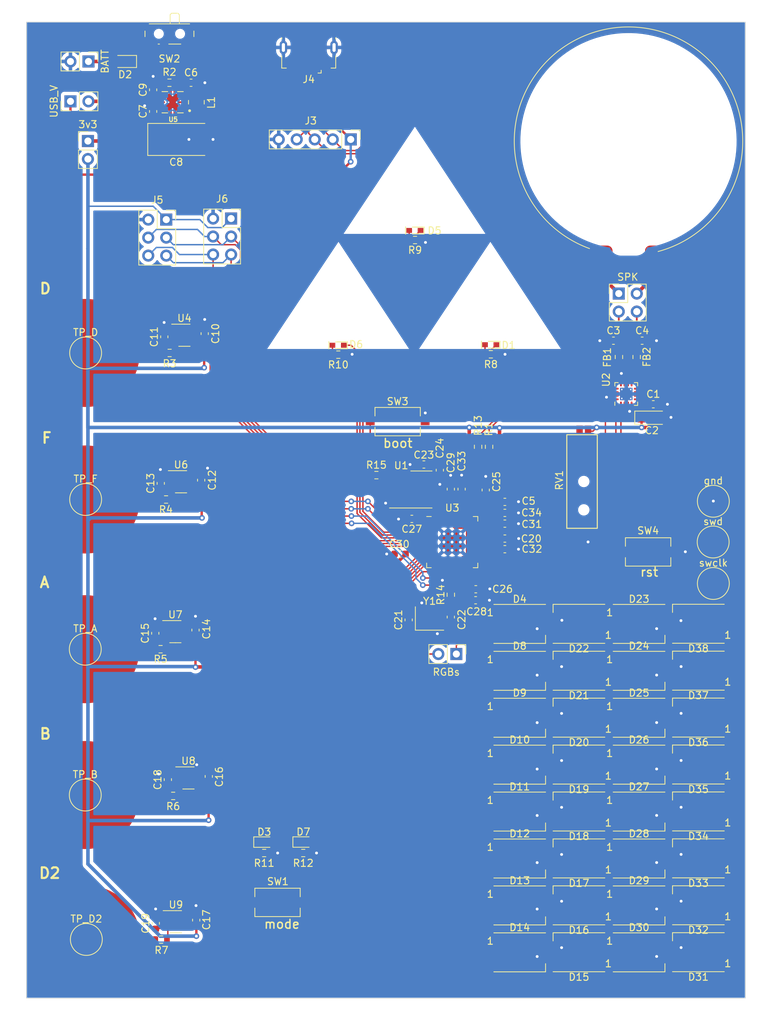
<source format=kicad_pcb>
(kicad_pcb (version 20221018) (generator pcbnew)
  (layers (0 "F.Cu" signal) (31 "B.Cu" signal) (34 "B.Paste" user) (35 "F.Paste" user) (36 "B.SilkS" user "B.Silkscreen") (37 "F.SilkS" user "F.Silkscreen") (38 "B.Mask" user) (39 "F.Mask" user) (44 "Edge.Cuts" user))
  (net 0 "")
  (net 1 "+3.3V")
  (net 2 "GND")
  (net 3 "Net-(J1-Pin_1)")
  (net 4 "Net-(J1-Pin_2)")
  (net 5 "Net-(JP2-B)")
  (net 6 "Net-(JP1-A)")
  (net 7 "Net-(U5-EN)")
  (net 8 "Net-(U4-Key)")
  (net 9 "Net-(U6-Key)")
  (net 10 "Net-(U7-Key)")
  (net 11 "Net-(U8-Key)")
  (net 12 "Net-(U9-Key)")
  (net 13 "Net-(U3-GPIO26_ADC0)")
  (net 14 "Net-(U3-XIN)")
  (net 15 "Net-(C22-Pad1)")
  (net 16 "+1V1")
  (net 17 "Net-(D1-K)")
  (net 18 "Net-(D1-A)")
  (net 19 "Net-(D2-K)")
  (net 20 "+BATT")
  (net 21 "Net-(D3-K)")
  (net 22 "Net-(D3-A)")
  (net 23 "Net-(D4-DOUT)")
  (net 24 "Net-(D4-DIN)")
  (net 25 "Net-(D5-K)")
  (net 26 "Net-(D5-A)")
  (net 27 "Net-(D6-K)")
  (net 28 "Net-(D6-A)")
  (net 29 "Net-(D7-K)")
  (net 30 "Net-(D7-A)")
  (net 31 "Net-(D8-DOUT)")
  (net 32 "Net-(D10-DIN)")
  (net 33 "Net-(D10-DOUT)")
  (net 34 "Net-(D11-DOUT)")
  (net 35 "Net-(D12-DOUT)")
  (net 36 "Net-(D13-DOUT)")
  (net 37 "Net-(D14-DOUT)")
  (net 38 "Net-(D15-DOUT)")
  (net 39 "Net-(D16-DOUT)")
  (net 40 "Net-(D17-DOUT)")
  (net 41 "Net-(D18-DOUT)")
  (net 42 "Net-(D19-DOUT)")
  (net 43 "Net-(D20-DOUT)")
  (net 44 "Net-(D21-DOUT)")
  (net 45 "Net-(D22-DOUT)")
  (net 46 "Net-(D23-DOUT)")
  (net 47 "Net-(D24-DOUT)")
  (net 48 "Net-(D25-DOUT)")
  (net 49 "Net-(D26-DOUT)")
  (net 50 "Net-(D27-DOUT)")
  (net 51 "Net-(D28-DOUT)")
  (net 52 "Net-(D29-DOUT)")
  (net 53 "Net-(D30-DOUT)")
  (net 54 "Net-(D31-DOUT)")
  (net 55 "Net-(D32-DOUT)")
  (net 56 "Net-(D33-DOUT)")
  (net 57 "Net-(D34-DOUT)")
  (net 58 "Net-(D35-DOUT)")
  (net 59 "Net-(D36-DOUT)")
  (net 60 "Net-(D37-DOUT)")
  (net 62 "Net-(U2-OUTP)")
  (net 63 "Net-(U2-OUTN)")
  (net 64 "Net-(J3-Pin_1)")
  (net 65 "Net-(J3-Pin_2)")
  (net 66 "Net-(J3-Pin_3)")
  (net 67 "Net-(J3-Pin_4)")
  (net 68 "Net-(J5-Pin_3)")
  (net 69 "Net-(J5-Pin_4)")
  (net 70 "Net-(J5-Pin_5)")
  (net 71 "Net-(J5-Pin_6)")
  (net 72 "Net-(JP3-B)")
  (net 73 "Net-(U5-L2)")
  (net 74 "Net-(U5-L1)")
  (net 75 "Net-(U3-USB_DM)")
  (net 76 "Net-(R3-Pad1)")
  (net 77 "Net-(R4-Pad1)")
  (net 78 "Net-(R5-Pad1)")
  (net 79 "Net-(R6-Pad1)")
  (net 80 "Net-(R7-Pad1)")
  (net 81 "Net-(U3-USB_DP)")
  (net 82 "Net-(U3-XOUT)")
  (net 83 "Net-(R15-Pad1)")
  (net 84 "Net-(U1-~{CS})")
  (net 85 "Net-(U3-GPIO10)")
  (net 86 "Net-(U3-RUN)")
  (net 87 "Net-(U3-SWCLK)")
  (net 88 "Net-(U3-SWD)")
  (net 89 "Net-(U1-DO(IO1))")
  (net 90 "Net-(U1-IO2)")
  (net 91 "Net-(U1-DI(IO0))")
  (net 92 "Net-(U1-CLK)")
  (net 93 "Net-(U1-IO3)")
  (net 94 "Net-(U2-DIN)")
  (net 99 "Net-(U2-LRCLK)")
  (net 100 "Net-(U2-BCLK)")
  (net 101 "Net-(U3-GPIO5)")
  (net 102 "Net-(U3-GPIO6)")
  (net 103 "Net-(U3-GPIO7)")
  (net 104 "Net-(U3-GPIO8)")
  (net 105 "Net-(U3-GPIO9)")
  (net 117 "Net-(J1-Pin_4)")
  (net 118 "Net-(J1-Pin_3)")
  (footprint "Potentiometer_SMD:RS08U111Z001" (layer "F.Cu") (at 333.865 202.3 90)
    (fp_text reference "RV1")
    (fp_text value "10K")
  )
  (footprint "Resistor_SMD:R_0603_1608Metric" (layer "F.Cu") (at 320.5 197.4 -90)
    (fp_text reference "R1")
    (fp_text value "27")
  )
  (footprint "LED_SMD:LED_WS2812B_PLCC4_5.0x5.0mm_P3.2mm" (layer "F.Cu") (at 324.82 242.25)
    (fp_text reference "D10")
    (fp_text value "WS2812B")
  )
  (footprint "LED_SMD:LED_WS2812B_PLCC4_5.0x5.0mm_P3.2mm" (layer "F.Cu") (at 333.18 242.24 180)
    (fp_text reference "D19")
    (fp_text value "WS2812B")
  )
  (footprint "Capacitor_SMD:C_0603_1608Metric" (layer "F.Cu") (at 322.725 210.35)
    (fp_text reference "C20")
    (fp_text value "2.2uF")
  )
  (footprint "Resistor_SMD:R_0603_1608Metric" (layer "F.Cu") (at 294.2775 254.71625 180)
    (fp_text reference "R12")
    (fp_text value "470")
  )
  (footprint "LED_SMD:LED_WS2812B_PLCC4_5.0x5.0mm_P3.2mm" (layer "F.Cu") (at 350.03 248.85 180)
    (fp_text reference "D34")
    (fp_text value "WS2812B")
  )
  (footprint "Capacitor_SMD:C_0603_1608Metric" (layer "F.Cu") (at 273.1 150.085 90)
    (fp_text reference "C7")
    (fp_text value "10uF")
  )
  (footprint "Connector_USB:USB_Micro-B_GCT_USB3076-30-A" (layer "F.Cu") (at 295.05 142.2575 180)
    (fp_text reference "J4")
    (fp_text value "USB_B_Micro")
  )
  (footprint "Capacitor_SMD:C_0603_1608Metric" (layer "F.Cu") (at 280.375 181.435 90)
    (fp_text reference "C10")
    (fp_text value "0.1uF")
  )
  (footprint "LED_SMD:LED_0603_1608Metric" (layer "F.Cu") (at 294.3025 253.16625)
    (fp_text reference "D7")
    (fp_text value "Blue LED")
  )
  (footprint "Resistor_SMD:R_0603_1608Metric" (layer "F.Cu") (at 274.15 225.96)
    (fp_text reference "R5")
    (fp_text value "4.7k")
  )
  (footprint "LED_SMD:LED_WS2812B_PLCC4_5.0x5.0mm_P3.2mm" (layer "F.Cu") (at 324.82 268.73)
    (fp_text reference "D14")
    (fp_text value "WS2812B")
  )
  (footprint "Resistor_SMD:R_0603_1608Metric" (layer "F.Cu") (at 275.425 184.16)
    (fp_text reference "R3")
    (fp_text value "4.7k")
  )
  (footprint "LED_SMD:LED_WS2812B_PLCC4_5.0x5.0mm_P3.2mm" (layer "F.Cu") (at 324.82 248.87)
    (fp_text reference "D11")
    (fp_text value "WS2812B")
  )
  (footprint "Capacitor_SMD:C_0603_1608Metric" (layer "F.Cu") (at 322.725 206.725)
    (fp_text reference "C34")
    (fp_text value "2.2uF")
  )
  (footprint "Connector_PinHeader_2.54mm:PinHeader_1x02_P2.54mm_Vertical" (layer "F.Cu") (at 263.9 154.26)
    (fp_text reference "3v3")
    (fp_text value "Jumper_2_Bridged")
  )
  (footprint "LED_SMD:TJ-S1706CL6T5ALC9Y-A5" (layer "F.Cu") (at 309.225 166.875)
    (fp_text reference "D5")
    (fp_text value "LED")
  )
  (footprint "LED_SMD:LED_WS2812B_PLCC4_5.0x5.0mm_P3.2mm" (layer "F.Cu") (at 333.18 229 180)
    (fp_text reference "D21")
    (fp_text value "WS2812B")
  )
  (footprint "Resistor_SMD:R_0603_1608Metric" (layer "F.Cu") (at 320.75 184.35 180)
    (fp_text reference "R8")
    (fp_text value "470")
  )
  (footprint "LED_SMD:LED_WS2812B_PLCC4_5.0x5.0mm_P3.2mm" (layer "F.Cu") (at 350.03 222.37 180)
    (fp_text reference "D38")
    (fp_text value "WS2812B")
  )
  (footprint "LED_SMD:LED_WS2812B_PLCC4_5.0x5.0mm_P3.2mm" (layer "F.Cu") (at 350.03 268.71 180)
    (fp_text reference "D31")
    (fp_text value "WS2812B")
  )
  (footprint "Package_DFN_QFN:QFN-16-1EP_3x3mm_P0.5mm_EP1.75x1.75mm_ThermalVias" (layer "F.Cu") (at 339.8525 189.95 90)
    (fp_text reference "U2")
    (fp_text value "MAX98357AETE+")
  )
  (footprint "LED_SMD:LED_WS2812B_PLCC4_5.0x5.0mm_P3.2mm" (layer "F.Cu") (at 341.66 268.73)
    (fp_text reference "D30")
    (fp_text value "WS2812B")
  )
  (footprint "Capacitor_SMD:C_0603_1608Metric" (layer "F.Cu") (at 315.1 221.425 -90)
    (fp_text reference "C22")
    (fp_text value "15pf")
  )
  (footprint "Crystal:Crystal_SMD_3225-4Pin_3.2x2.5mm" (layer "F.Cu") (at 312.1 221.625)
    (fp_text reference "Y1")
    (fp_text value "12Mhz")
  )
  (footprint "TestPoint:TestPoint_Pad_D4.0mm" (layer "F.Cu") (at 263.575 184.16)
    (fp_text reference "TP_D")
    (fp_text value "TouchPad D")
  )
  (footprint "LED_SMD:LED_WS2812B_PLCC4_5.0x5.0mm_P3.2mm" (layer "F.Cu") (at 350.03 228.99 180)
    (fp_text reference "D37")
    (fp_text value "WS2812B")
  )
  (footprint "Capacitor_SMD:C_0603_1608Metric" (layer "F.Cu") (at 318.6 219.05)
    (fp_text reference "C28")
    (fp_text value ".1uF")
  )
  (footprint "LED_SMD:LED_WS2812B_PLCC4_5.0x5.0mm_P3.2mm" (layer "F.Cu") (at 350.03 262.09 180)
    (fp_text reference "D32")
    (fp_text value "WS2812B")
  )
  (footprint "Capacitor_SMD:C_0603_1608Metric" (layer "F.Cu") (at 309.15 221.825 90)
    (fp_text reference "C21")
    (fp_text value "15pf")
  )
  (footprint "TestPoint:TestPoint_Pad_D4.0mm" (layer "F.Cu") (at 263.575 204.835)
    (fp_text reference "TP_F")
    (fp_text value "TouchPad F")
  )
  (footprint "Package_TO_SOT_SMD:SOT-23-6" (layer "F.Cu") (at 276.3125 264.41)
    (fp_text reference "U9")
    (fp_text value "~")
  )
  (footprint "Capacitor_SMD:C_0603_1608Metric" (layer "F.Cu") (at 342.09625 182.43125)
    (fp_text reference "C4")
    (fp_text value "220pF")
  )
  (footprint "LED_SMD:LED_WS2812B_PLCC4_5.0x5.0mm_P3.2mm" (layer "F.Cu") (at 341.66 229.01)
    (fp_text reference "D24")
    (fp_text value "WS2812B")
  )
  (footprint "Capacitor_SMD:C_0603_1608Metric" (layer "F.Cu") (at 279.075 223.26 90)
    (fp_text reference "C14")
    (fp_text value "0.1uF")
  )
  (footprint "Resistor_SMD:R_0603_1608Metric" (layer "F.Cu") (at 338.82125 184.73125 -90)
    (fp_text reference "FB1")
    (fp_text value "120 Ohms @ 100 MHz")
  )
  (footprint "LED_SMD:LED_WS2812B_PLCC4_5.0x5.0mm_P3.2mm" (layer "F.Cu") (at 341.66 262.11)
    (fp_text reference "D29")
    (fp_text value "WS2812B")
  )
  (footprint "Connector_PinHeader_2.54mm:PinHeader_1x02_P2.54mm_Vertical" (layer "F.Cu") (at 263.975 143.035 -90)
    (fp_text reference "BATT")
    (fp_text value "Power")
  )
  (footprint "Capacitor_SMD:C_0603_1608Metric" (layer "F.Cu") (at 313.55 200.7 -90)
    (fp_text reference "C24")
    (fp_text value "2.2uF")
  )
  (footprint "TestPoint:TestPoint_Pad_D4.0mm" (layer "F.Cu") (at 263.525 225.96)
    (fp_text reference "TP_A")
    (fp_text value "TouchPad A")
  )
  (footprint "Resistor_SMD:R_0603_1608Metric" (layer "F.Cu") (at 341.32125 184.73125 -90)
    (fp_text reference "FB2")
    (fp_text value "120 Ohms @ 100 MHz")
  )
  (footprint "Package_SON:WSON-8-1EP_6x5mm_P1.27mm_EP3.4x4.3mm" (layer "F.Cu") (at 309.45 203.425)
    (fp_text reference "U1")
    (fp_text value "W25Q32JVSS")
  )
  (footprint "LED_SMD:LED_WS2812B_PLCC4_5.0x5.0mm_P3.2mm" (layer "F.Cu") (at 333.18 268.72 180)
    (fp_text reference "D15")
    (fp_text value "WS2812B")
  )
  (footprint "Diode_SMD:D_SOD-323" (layer "F.Cu") (at 269.15 143.035 180)
    (fp_text reference "D2")
    (fp_text value "diode")
  )
  (footprint "Button_Switch_SMD:SW_SPDT_PCM12" (layer "F.Cu") (at 275.4 139.46 180)
    (fp_text reference "SW2")
    (fp_text value "power")
  )
  (footprint "Capacitor_SMD:C_0603_1608Metric" (layer "F.Cu") (at 322.725 205.175)
    (fp_text reference "C5")
    (fp_text value "2.2uF")
  )
  (footprint "Capacitor_SMD:C_0603_1608Metric" (layer "F.Cu") (at 274.175 202.56 90)
    (fp_text reference "C13")
    (fp_text value "47pF")
  )
  (footprint "LED_SMD:LED_WS2812B_PLCC4_5.0x5.0mm_P3.2mm" (layer "F.Cu") (at 333.18 248.86 180)
    (fp_text reference "D18")
    (fp_text value "WS2812B")
  )
  (footprint "LED_SMD:LED_WS2812B_PLCC4_5.0x5.0mm_P3.2mm" (layer "F.Cu") (at 350.03 242.23 180)
    (fp_text reference "D35")
    (fp_text value "WS2812B")
  )
  (footprint "LED_SMD:LED_WS2812B_PLCC4_5.0x5.0mm_P3.2mm" (layer "F.Cu") (at 333.18 255.48 180)
    (fp_text reference "D17")
    (fp_text value "WS2812B")
  )
  (footprint "Resistor_SMD:R_0603_1608Metric" (layer "F.Cu") (at 299.225 184.4 180)
    (fp_text reference "R10")
    (fp_text value "470")
  )
  (footprint "LED_SMD:LED_WS2812B_PLCC4_5.0x5.0mm_P3.2mm" (layer "F.Cu") (at 350.03 235.61 180)
    (fp_text reference "D36")
    (fp_text value "WS2812B")
  )
  (footprint "TestPoint:TestPoint_Pad_D4.0mm" (layer "F.Cu") (at 263.675 266.91)
    (fp_text reference "TP_D2")
    (fp_text value "TouchPad D2")
  )
  (footprint "LED_SMD:LED_WS2812B_PLCC4_5.0x5.0mm_P3.2mm" (layer "F.Cu") (at 333.18 262.1 180)
    (fp_text reference "D16")
    (fp_text value "WS2812B")
  )
  (footprint "Connector_PinHeader_2.54mm:PinHeader_2x02_P2.54mm_Vertical" (layer "F.Cu") (at 338.79625 175.78125)
    (fp_text reference "SPK")
    (fp_text value "Conn_02x02_Odd_Even")
  )
  (footprint "Capacitor_SMD:C_0603_1608Metric" (layer "F.Cu") (at 273.1 147.035 90)
    (fp_text reference "C9")
    (fp_text value "0.1uF")
  )
  (footprint "Capacitor_SMD:C_0603_1608Metric" (layer "F.Cu") (at 311.3 199.9 180)
    (fp_text reference "C23")
    (fp_text value "0.1uF")
  )
  (footprint "Buzzer_Beeper:FS32MS0410-H5.1" (layer "F.Cu") (at 340.17125 154.28125 -90)
    (fp_text reference "LS1")
    (fp_text value "Speaker")
  )
  (footprint "Capacitor_Tantalum_SMD:CP_EIA-3216-18_Kemet-A" (layer "F.Cu") (at 343.365 193.3)
    (fp_text reference "C2")
    (fp_text value "10uF")
  )
  (footprint "LED_SMD:LED_WS2812B_PLCC4_5.0x5.0mm_P3.2mm" (layer "F.Cu") (at 324.82 255.49)
    (fp_text reference "D12")
    (fp_text value "WS2812B")
  )
  (footprint "Package_TO_SOT_SMD:SOT-23-6" (layer "F.Cu") (at 277.0375 202.335)
    (fp_text reference "U6")
    (fp_text value "~")
  )
  (footprint "Resistor_SMD:R_0603_1608Metric" (layer "F.Cu") (at 275.4 146.035 180)
    (fp_text reference "R2")
    (fp_text value "100")
  )
  (footprint "Resistor_SMD:R_0603_1608Metric" (layer "F.Cu") (at 274.225 266.935)
    (fp_text reference "R7")
    (fp_text value "4.7k")
  )
  (footprint "Capacitor_SMD:C_0603_1608Metric" (layer "F.Cu") (at 316.625 203.375 90)
    (fp_text reference "C33")
    (fp_text value ".1uF")
  )
  (footprint "LED_SMD:LED_WS2812B_PLCC4_5.0x5.0mm_P3.2mm" (layer "F.Cu") (at 324.82 235.63)
    (fp_text reference "D9")
    (fp_text value "WS2812B")
  )
  (footprint "Resistor_SMD:R_0603_1608Metric" (layer "F.Cu") (at 275.925 246.66)
    (fp_text reference "R6")
    (fp_text value "4.7k")
  )
  (footprint "LED_SMD:LED_WS2812B_PLCC4_5.0x5.0mm_P3.2mm" (layer "F.Cu") (at 341.66 255.49)
    (fp_text reference "D28")
    (fp_text value "WS2812B")
  )
  (footprint "TestPoint:TestPoint_Pad_D4.0mm" (layer "F.Cu") (at 352.115 210.835)
    (fp_text reference "swd")
    (fp_text value "swd")
  )
  (footprint "Connector_PinSocket_2.54mm:PinSocket_2x03_P2.54mm_Vertical" (layer "F.Cu") (at 274.95 165.345)
    (fp_text reference "J5")
    (fp_text value "Conn_02x03_Odd_Even")
  )
  (footprint "Capacitor_SMD:C_0603_1608Metric" (layer "F.Cu") (at 274.675 181.885 90)
    (fp_text reference "C11")
    (fp_text value "47pF")
  )
  (footprint "LED_SMD:LED_WS2812B_PLCC4_5.0x5.0mm_P3.2mm" (layer "F.Cu") (at 341.66 242.25)
    (fp_text reference "D26")
    (fp_text value "WS2812B")
  )
  (footprint "Connector_PinSocket_2.54mm:PinSocket_2x03_P2.54mm_Vertical" (layer "F.Cu") (at 284.1 165.195)
    (fp_text reference "J6")
    (fp_text value "Conn_02x03_Odd_Even")
  )
  (footprint "Capacitor_SMD:C_0603_1608Metric" (layer "F.Cu") (at 309.6 207.575 180)
    (fp_text reference "C27")
    (fp_text value ".1uF")
  )
  (footprint "LED_SMD:LED_WS2812B_PLCC4_5.0x5.0mm_P3.2mm" (layer "F.Cu") (at 333.18 235.62 180)
    (fp_text reference "D20")
    (fp_text value "WS2812B")
  )
  (footprint "Resistor_SMD:R_0603_1608Metric" (layer "F.Cu") (at 288.765 254.71625 180)
    (fp_text reference "R11")
    (fp_text value "470")
  )
  (footprint "Resistor_SMD:R_0603_1608Metric" (layer "F.Cu") (at 274.925 204.835)
    (fp_text reference "R4")
    (fp_text value "4.7k")
  )
  (footprint "Capacitor_Tantalum_SMD:CP_EIA-7343-31_Kemet-D" (layer "F.Cu") (at 276.75 154.035)
    (fp_text reference "C8")
    (fp_text value "470uF")
  )
  (footprint "Button_Switch_SMD:SW_Tactile_SPST_NO_Straight_CK_PTS636Sx25SMTRLFS" (layer "F.Cu") (at 342.94 212.235)
    (fp_text reference "SW4")
    (fp_text value "rst")
  )
  (footprint "Button_Switch_SMD:SW_Tactile_SPST_NO_Straight_CK_PTS636Sx25SMTRLFS" (layer "F.Cu") (at 307.6 193.85 180)
    (fp_text reference "SW3")
    (fp_text value "boot")
  )
  (footprint "LED_SMD:LED_WS2812B_PLCC4_5.0x5.0mm_P3.2mm" (layer "F.Cu") (at 341.66 235.63)
    (fp_text reference "D25")
    (fp_text value "WS2812B")
  )
  (footprint "Package_DFN_QFN:QFN-56-1EP_7x7mm_P0.4mm_EP3.2x3.2mm" (layer "F.Cu") (at 315.3 210.85)
    (fp_text reference "U3")
    (fp_text value "RP2040")
  )
  (footprint "LED_SMD:TJ-S1706CL6T5ALC9Y-A5" (layer "F.Cu") (at 319.925 183)
    (fp_text reference "D1")
    (fp_text value "LED")
  )
  (footprint "LED_SMD:TJ-S1706CL6T5ALC9Y-A5" (layer "F.Cu") (at 298.4 183.07)
    (fp_text reference "D6")
    (fp_text value "LED")
  )
  (footprint "LED_SMD:LED_WS2812B_PLCC4_5.0x5.0mm_P3.2mm" (layer "F.Cu") (at 324.82 222.39)
    (fp_text reference "D4")
    (fp_text value "WS2812B")
  )
  (footprint "Connector_PinHeader_2.54mm:PinHeader_1x02_P2.54mm_Vertical" (layer "F.Cu") (at 261.435 148.66 90)
    (fp_text reference "USB_V")
    (fp_text value "Jumper_2_Bridged")
  )
  (footprint "Capacitor_SMD:C_0603_1608Metric" (layer "F.Cu") (at 278.45 146.035)
    (fp_text reference "C6")
    (fp_text value "10uF")
  )
  (footprint "Connector_PinHeader_2.54mm:PinHeader_1x02_P2.54mm_Vertical" (layer "F.Cu") (at 315.88 226.64 -90)
    (fp_text reference "RGBs")
    (fp_text value "Jumper_2_Bridged")
  )
  (footprint "LED_SMD:LED_WS2812B_PLCC4_5.0x5.0mm_P3.2mm" (layer "F.Cu") (at 341.66 248.87)
    (fp_text reference "D27")
    (fp_text value "WS2812B")
  )
  (footprint "Resistor_SMD:R_0603_1608Metric" (layer "F.Cu") (at 310.05 168.225 180)
    (fp_text reference "R9")
    (fp_text value "470")
  )
  (footprint "Button_Switch_SMD:SW_Tactile_SPST_NO_Straight_CK_PTS636Sx25SMTRLFS" (layer "F.Cu") (at 290.65 261.685 180)
    (fp_text reference "SW1")
    (fp_text value "mode")
  )
  (footprint "Capacitor_SMD:C_0603_1608Metric" (layer "F.Cu") (at 275.175 244.36 90)
    (fp_text reference "C18")
    (fp_text value "47pF")
  )
  (footprint "Inductor_SMD:L_1008_2520Metric" (layer "F.Cu") (at 279.2 148.785 90)
    (fp_text reference "L1")
    (fp_text value "2.2uH")
  )
  (footprint "Capacitor_SMD:C_0603_1608Metric" (layer "F.Cu") (at 315.1 203.375 90)
    (fp_text reference "C29")
    (fp_text value ".1uF")
  )
  (footprint "Package_TO_SOT_SMD:SOT-23-6" (layer "F.Cu") (at 278.085 244.125)
    (fp_text reference "U8")
    (fp_text value "~")
  )
  (footprint "Package_TO_SOT_SMD:SOT-23-6" (layer "F.Cu") (at 276.2375 223.485)
    (fp_text reference "U7")
    (fp_text value "~")
  )
  (footprint "Package_TO_SOT_SMD:SOT-23-6" (layer "F.Cu") (at 277.5125 181.66)
    (fp_text reference "U4")
    (fp_text value "~")
  )
  (footprint "Resistor_SMD:R_0603_1608Metric" (layer "F.Cu") (at 318.95 197.4 90)
    (fp_text reference "R13")
    (fp_text value "27")
  )
  (footprint "Capacitor_SMD:C_0603_1608Metric" (layer "F.Cu") (at 273.475 264.635 90)
    (fp_text reference "C19")
    (fp_text value "47pF")
  )
  (footprint "LED_SMD:LED_WS2812B_PLCC4_5.0x5.0mm_P3.2mm" (layer "F.Cu") (at 350.03 255.47 180)
    (fp_text reference "D33")
    (fp_text value "WS2812B")
  )
  (footprint "Capacitor_SMD:C_0603_1608Metric" (layer "F.Cu") (at 343.665 191.4)
    (fp_text reference "C1")
    (fp_text value "0.1uF")
  )
  (footprint "Capacitor_SMD:C_0603_1608Metric" (layer "F.Cu") (at 307.95 212.525 180)
    (fp_text reference "C30")
    (fp_text value ".1uF")
  )
  (footprint "LED_SMD:LED_WS2812B_PLCC4_5.0x5.0mm_P3.2mm" (layer "F.Cu") (at 341.66 222.39)
    (fp_text reference "D23")
    (fp_text value "WS2812B")
  )
  (footprint "LED_SMD:LED_WS2812B_PLCC4_5.0x5.0mm_P3.2mm" (layer "F.Cu") (at 324.82 229.01)
    (fp_text reference "D8")
    (fp_text value "WS2812B")
  )
  (footprint "LED_SMD:LED_WS2812B_PLCC4_5.0x5.0mm_P3.2mm" (layer "F.Cu") (at 324.82 262.11)
    (fp_text reference "D13")
    (fp_text value "WS2812B")
  )
  (footprint "Capacitor_SMD:C_0603_1608Metric" (layer "F.Cu") (at 279.175 264.185 90)
    (fp_text reference "C17")
    (fp_text value "0.1uF")
  )
  (footprint "TestPoint:TestPoint_Pad_D4.0mm" (layer "F.Cu") (at 263.525 246.535)
    (fp_text reference "TP_B")
    (fp_text value "TouchPad B")
  )
  (footprint "Resistor_SMD:R_0603_1608Metric" (layer "F.Cu") (at 315.1 218.275 90)
    (fp_text reference "R14")
    (fp_text value "1k")
  )
  (footprint "LED_SMD:LED_0603_1608Metric" (layer "F.Cu") (at 288.7775 253.17625)
    (fp_text reference "D3")
    (fp_text value "Blue LED")
  )
  (footprint "Resistor_SMD:R_0603_1608Metric" (layer "F.Cu") (at 304.6 201.4)
    (fp_text reference "R15")
    (fp_text value "1k")
  )
  (footprint "TestPoint:TestPoint_Pad_D4.0mm" (layer "F.Cu") (at 352.14 216.685)
    (fp_text reference "swclk")
    (fp_text value "swclk")
  )
  (footprint "Capacitor_SMD:C_0603_1608Metric" (layer "F.Cu") (at 320.025 203.5 90)
    (fp_text reference "C25")
    (fp_text value "2.2uF")
  )
  (footprint "TestPoint:TestPoint_Pad_D4.0mm" (layer "F.Cu") (at 352.14 205.085)
    (fp_text reference "gnd")
    (fp_text value "swd")
  )
  (footprint "TPS63001DRCR:VREG_V62_16624-01YE" (layer "F.Cu") (at 275.85 148.785 180)
    (fp_text reference "U5")
    (fp_text value "TPS63001DRCR")
  )
  (footprint "LED_SMD:LED_WS2812B_PLCC4_5.0x5.0mm_P3.2mm" (layer "F.Cu") (at 333.18 222.38 180)
    (fp_text reference "D22")
    (fp_text value "WS2812B")
  )
  (footprint "Capacitor_SMD:C_0603_1608Metric" (layer "F.Cu") (at 273.4 223.71 90)
    (fp_text reference "C15")
    (fp_text value "47pF")
  )
  (footprint "Capacitor_SMD:C_0603_1608Metric" (layer "F.Cu") (at 322.725 211.85)
    (fp_text reference "C32")
    (fp_text value ".1uF")
  )
  (footprint "Capacitor_SMD:C_0603_1608Metric" (layer "F.Cu") (at 280.95 243.91 90)
    (fp_text reference "C16")
    (fp_text value "0.1uF")
  )
  (footprint "Capacitor_SMD:C_0603_1608Metric" (layer "F.Cu") (at 322.725 208.24)
    (fp_text reference "C31")
    (fp_text value ".1uF")
  )
  (footprint "Capacitor_SMD:C_0603_1608Metric" (layer "F.Cu") (at 318.625 217.5)
    (fp_text reference "C26")
    (fp_text value ".1uF")
  )
  (footprint "Capacitor_SMD:C_0603_1608Metric" (layer "F.Cu") (at 279.875 202.11 90)
    (fp_text reference "C12")
    (fp_text value "0.1uF")
  )
  (footprint "Capacitor_SMD:C_0603_1608Metric" (layer "F.Cu") (at 338.04625 182.43125)
    (fp_text reference "C3")
    (fp_text value "220pF")
  )
  (footprint "Connector_PinHeader_2.54mm:PinHeader_1x05_P2.54mm_Vertical" (layer "F.Cu") (at 300.98 154.0325 -90)
    (fp_text reference "J3")
    (fp_text value "Conn_01x04")
  )
  (gr_rect (start 255.24 137.475) (end 356.65 275.185) (stroke (width 0.1)) (fill none) (layer "Edge.Cuts"))
  (gr_text "A" (at 256.94 217.41) (layer "F.SilkS") (effects (font (size 1.5 1.5) (thickness 0.3) bold) (justify left bottom)))
  (gr_text "mode" (at 288.64 265.485) (layer "F.SilkS") (effects (font (size 1.25 1.25) (thickness 0.2)) (justify left bottom)))
  (gr_text "rst" (at 341.715 215.81) (layer "F.SilkS") (effects (font (size 1.25 1.25) (thickness 0.2)) (justify left bottom)))
  (gr_text "F" (at 257.24 197.035) (layer "F.SilkS") (effects (font (size 1.5 1.5) (thickness 0.3) bold) (justify left bottom)))
  (gr_text "D2" (at 256.84 258.435) (layer "F.SilkS") (effects (font (size 1.5 1.5) (thickness 0.3) bold) (justify left bottom)))
  (gr_text "B" (at 256.94 238.785) (layer "F.SilkS") (effects (font (size 1.5 1.5) (thickness 0.3) bold) (justify left bottom)))
  (gr_text "boot" (at 305.44 197.635) (layer "F.SilkS") (effects (font (size 1.25 1.25) (thickness 0.2)) (justify left bottom)))
  (gr_text "D" (at 256.94 175.96) (layer "F.SilkS") (effects (font (size 1.5 1.5) (thickness 0.3) bold) (justify left bottom)))
  (segment (start 342.015 191.4125) (end 342.8775 191.4125) (width 0.25) (layer "F.Cu") (net 1))
  (segment (start 277.375 223.485) (end 278.525 223.485) (width 0.2) (layer "F.Cu") (net 1))
  (segment (start 320.03 247.17) (end 320.03 240.57) (width 0.5) (layer "F.Cu") (net 1))
  (segment (start 279.2 265.235) (end 279.2 266.445) (width 0.325) (layer "F.Cu") (net 1))
  (segment (start 355.65 250.5) (end 355.68 250.47) (width 0.5) (layer "F.Cu") (net 1))
  (segment (start 337.43 230.67) (end 337.43 233.97) (width 0.5) (layer "F.Cu") (net 1))
  (segment (start 317.1 217.895646) (end 317.1 218.325) (width 0.2) (layer "F.Cu") (net 1))
  (segment (start 337.43 233.97) (end 337.43 237.32) (width 0.5) (layer "F.Cu") (net 1))
  (segment (start 337.43 267.02) (end 337.43 270.42) (width 0.5) (layer "F.Cu") (net 1))
  (segment (start 339.21 267.08) (end 337.49 267.08) (width 0.5) (layer "F.Cu") (net 1))
  (segment (start 278.175 202.335) (end 279.325 202.335) (width 0.2) (layer "F.Cu") (net 1))
  (segment (start 352.48 250.5) (end 355.65 250.5) (width 0.5) (layer "F.Cu") (net 1))
  (segment (start 337.43 273.145) (end 337.405 273.17) (width 0.5) (layer "F.Cu") (net 1))
  (segment (start 342.8775 191.4125) (end 342.89 191.4) (width 0.25) (layer "F.Cu") (net 1))
  (segment (start 280.3 182.285) (end 280.375 182.21) (width 0.5) (layer "F.Cu") (net 1))
  (segment (start 320.98 273.17) (end 320.03 272.22) (width 0.5) (layer "F.Cu") (net 1))
  (segment (start 355.68 243.87) (end 355.68 237.27) (width 0.5) (layer "F.Cu") (net 1))
  (segment (start 335.855 273.17) (end 320.98 273.17) (width 0.5) (layer "F.Cu") (net 1))
  (segment (start 340.115 193.3) (end 342.015 193.3) (width 0.25) (layer "F.Cu") (net 1))
  (segment (start 352.48 237.26) (end 355.67 237.26) (width 0.5) (layer "F.Cu") (net 1))
  (segment (start 337.42 224.03) (end 337.43 224.02) (width 0.5) (layer "F.Cu") (net 1))
  (segment (start 315.5 214.2875) (end 315.5 213.725) (width 0.2) (layer "F.Cu") (net 1))
  (segment (start 320.04 233.98) (end 320.03 233.97) (width 0.5) (layer "F.Cu") (net 1))
  (segment (start 279.075 228.485) (end 279.1 228.46) (width 0.5) (layer "F.Cu") (net 1))
  (segment (start 337.43 260.42) (end 337.43 263.72) (width 0.5) (layer "F.Cu") (net 1))
  (segment (start 312.1 199.925) (end 312.075 199.9) (width 0.2) (layer "F.Cu") (net 1))
  (segment (start 341.315 189.7) (end 341.7775 189.7) (width 0.25) (layer "F.Cu") (net 1))
  (segment (start 317.5 207.4125) (end 317.5 206.77996) (width 0.2) (layer "F.Cu") (net 1))
  (segment (start 279.325 202.335) (end 279.875 202.885) (width 0.2) (layer "F.Cu") (net 1))
  (segment (start 279.95 202.96) (end 279.875 202.885) (width 0.5) (layer "F.Cu") (net 1))
  (segment (start 352.48 270.36) (end 352.49 270.36) (width 0.5) (layer "F.Cu") (net 1))
  (segment (start 339.21 233.98) (end 337.44 233.98) (width 0.5) (layer "F.Cu") (net 1))
  (segment (start 337.5 253.84) (end 337.43 253.77) (width 0.5) (layer "F.Cu") (net 1))
  (segment (start 339.21 253.84) (end 337.5 253.84) (width 0.5) (layer "F.Cu") (net 1))
  (segment (start 339.21 247.22) (end 337.43 247.22) (width 0.5) (layer "F.Cu") (net 1))
  (segment (start 355.61 230.64) (end 355.68 230.57) (width 0.5) (layer "F.Cu") (net 1))
  (segment (start 279.95 207.395) (end 279.99 207.435) (width 0.325) (layer "F.Cu") (net 1))
  (segment (start 317.9 211.544975) (end 318.205025 211.85) (width 0.2) (layer "F.Cu") (net 1))
  (segment (start 317.9 208.555025) (end 318.205025 208.25) (width 0.2) (layer "F.Cu") (net 1))
  (segment (start 318.5875 206.725) (end 317.9 207.4125) (width 0.2) (layer "F.Cu") (net 1))
  (segment (start 337.43 240.62) (end 337.43 243.92) (width 0.5) (layer "F.Cu") (net 1))
  (segment (start 320.04 227.36) (end 320.03 227.37) (width 0.5) (layer "F.Cu") (net 1))
  (segment (start 335.63 250.51) (end 337.42 250.51) (width 0.5) (layer "F.Cu") (net 1))
  (segment (start 322.37 227.36) (end 320.04 227.36) (width 0.5) (layer "F.Cu") (net 1))
  (segment (start 337.45 240.6) (end 337.43 240.62) (width 0.5) (layer "F.Cu") (net 1))
  (segment (start 312.9 211.85) (end 312.9 208.755025) (width 0.2) (layer "F.Cu") (net 1))
  (segment (start 320.07 267.08) (end 320.03 267.12) (width 0.5) (layer "F.Cu") (net 1))
  (segment (start 341.315 189.7) (end 341.315 189.2) (width 0.25) (layer "F.Cu") (net 1))
  (segment (start 280.375 182.21) (end 279.825 181.66) (width 0.2) (layer "F.Cu") (net 1))
  (segment (start 322.37 247.22) (end 320.08 247.22) (width 0.5) (layer "F.Cu") (net 1))
  (segment (start 292.79 228.46) (end 308.725 212.525) (width 0.5) (layer "F.Cu") (net 1))
  (segment (start 355.68 237.27) (end 355.68 230.57) (width 0.5) (layer "F.Cu") (net 1))
  (segment (start 335.15 195.2) (end 335.675 194.675) (width 0.2) (layer "F.Cu") (net 1))
  (segment (start 352.48 270.36) (end 352.48 270.395) (width 0.5) (layer "F.Cu") (net 1))
  (segment (start 320.06 240.6) (end 320.03 240.57) (width 0.5) (layer "F.Cu") (net 1))
  (segment (start 337.38 237.27) (end 337.43 237.32) (width 0.5) (layer "F.Cu") (net 1))
  (segment (start 355.765 200.36) (end 355.765 224.005) (width 0.5) (layer "F.Cu") (net 1))
  (segment (start 322.37 233.98) (end 320.04 233.98) (width 0.5) (layer "F.Cu") (net 1))
  (segment (start 313.375 213.3) (end 312.9 212.825) (width 0.2) (layer "F.Cu") (net 1))
  (segment (start 320.03 253.87) (end 320.03 247.17) (width 0.5) (layer "F.Cu") (net 1))
  (segment (start 355.68 257.12) (end 355.68 250.47) (width 0.5) (layer "F.Cu") (net 1))
  (segment (start 355.75 224.02) (end 352.48 224.02) (width 0.5) (layer "F.Cu") (net 1))
  (segment (start 280.3 186.235) (end 280.3 182.285) (width 0.325) (layer "F.Cu") (net 1))
  (segment (start 337.43 227.32) (end 337.43 230.67) (width 0.5) (layer "F.Cu") (net 1))
  (segment (start 318.205025 208.25) (end 318.7375 208.25) (width 0.2) (layer "F.Cu") (net 1))
  (segment (start 339.21 240.6) (end 337.45 240.6) (width 0.5) (layer "F.Cu") (net 1))
  (segment (start 352.48 270.395) (end 349.705 273.17) (width 0.5) (layer "F.Cu") (net 1))
  (segment (start 335.63 230.65) (end 337.41 230.65) (width 0.5) (layer "F.Cu") (net 1))
  (segment (start 355.68 250.47) (end 355.68 243.87) (width 0.5) (layer "F.Cu") (net 1))
  (segment (start 355.68 267.17) (end 355.68 263.67) (width 0.5) (layer "F.Cu") (net 1))
  (segment (start 335.63 257.13) (end 337.42 257.13) (width 0.5) (layer "F.Cu") (net 1))
  (segment (start 352.48 257.12) (end 355.68 257.12) (width 0.5) (layer "F.Cu") (net 1))
  (segment (start 341.7775 189.7) (end 342.0275 189.95) (width 0.25) (layer "F.Cu") (net 1))
  (segment (start 355.67 237.26) (end 355.68 237.27) (width 0.5) (layer "F.Cu") (net 1))
  (segment (start 342.015 191.4125) (end 342.0275 191.4) (width 0.25) (layer "F.Cu") (net 1))
  (segment (start 312.394975 208.25) (end 311.8625 208.25) (width 0.2) (layer "F.Cu") (net 1))
  (segment (start 355.61 263.74) (end 355.68 263.67) (width 0.5) (layer "F.Cu") (net 1))
  (segment (start 339.6025 191.4125) (end 339.6025 192.7875) (width 0.25) (layer "F.Cu") (net 1))
  (segment (start 337.43 243.92) (end 337.43 247.22) (width 0.5) (layer "F.Cu") (net 1))
  (segment (start 312.9 212.825) (end 312.9 211.85) (width 0.2) (layer "F.Cu") (net 1))
  (segment (start 279.825 181.66) (end 278.65 181.66) (width 0.2) (layer "F.Cu") (net 1))
  (segment (start 320.06 253.84) (end 320.03 253.87) (width 0.5) (layer "F.Cu") (net 1))
  (segment (start 320.08 247.22) (end 320.03 247.17) (width 0.5) (layer "F.Cu") (net 1))
  (segment (start 337.47 260.46) (end 337.43 260.42) (width 0.5) (layer "F.Cu") (net 1))
  (segment (start 322.37 260.46) (end 320.04 260.46) (width 0.5) (layer "F.Cu") (net 1))
  (segment (start 317.9 211.544975) (end 317.9 208.555025) (width 0.2) (layer "F.Cu") (net 1))
  (segment (start 337.43 237.32) (end 337.43 240.62) (width 0.5) (layer "F.Cu") (net 1))
  (segment (start 312.15 201.52) (end 312.15 199.975) (width 0.2) (layer "F.Cu") (net 1))
  (segment (start 279.075 228.485) (end 279.075 224.035) (width 0.325) (layer "F.Cu") (net 1))
  (segment (start 337.44 233.98) (end 337.43 233.97) (width 0.5) (layer "F.Cu") (net 1))
  (segment (start 355.68 224.09) (end 355.68 230.57) (width 0.5) (layer "F.Cu") (net 1))
  (segment (start 337.43 263.72) (end 337.43 267.02) (width 0.5) (layer "F.Cu") (net 1))
  (segment (start 342.0275 191.4) (end 342.0275 193.2875) (width 0.25) (layer "F.Cu") (net 1))
  (segment (start 315.5 216.295646) (end 317.1 217.895646) (width 0.2) (layer "F.Cu") (net 1))
  (segment (start 339.21 227.36) (end 337.47 227.36) (width 0.5) (layer "F.Cu") (net 1))
  (segment (start 312.9 208.755025) (end 312.394975 208.25) (width 0.2) (layer "F.Cu") (net 1))
  (segment (start 318.7375 211.85) (end 321.95 211.85) (width 0.2) (layer "F.Cu") (net 1))
  (segment (start 279.05 265.085) (end 279.175 264.96) (width 0.5) (layer "F.Cu") (net 1))
  (segment (start 335.63 270.37) (end 337.38 270.37) (width 0.5) (layer "F.Cu") (net 1))
  (segment (start 337.43 222.52) (end 337.43 224.02) (width 0.5) (layer "F.Cu") (net 1))
  (segment (start 317.7 203.075) (end 317.7 199.925) (width 0.5) (layer "F.Cu") (net 1))
  (segment (start 315.5 213.725) (end 315.075 213.3) (width 0.2) (layer "F.Cu") (net 1))
  (segment (start 312.15 199.975) (end 312.075 199.9) (width 0.2) (layer "F.Cu") (net 1))
  (segment (start 339.21 260.46) (end 337.47 260.46) (width 0.5) (layer "F.Cu") (net 1))
  (segment (start 339.6025 192.7875) (end 340.115 193.3) (width 0.25) (layer "F.Cu") (net 1))
  (segment (start 322.37 267.08) (end 320.07 267.08) (width 0.5) (layer "F.Cu") (net 1))
  (segment (start 352.48 263.74) (end 355.61 263.74) (width 0.5) (layer "F.Cu") (net 1))
  (segment (start 315.5 214.2875) (end 315.5 216.295646) (width 0.2) (layer "F.Cu") (net 1))
  (segment (start 342.0275 193.2875) (end 342.015 193.3) (width 0.25) (layer "F.Cu") (net 1))
  (segment (start 337.4 263.75) (end 337.43 263.72) (width 0.5) (layer "F.Cu") (net 1))
  (segment (start 316.625 204.15) (end 317.7 203.075) (width 0.5) (layer "F.Cu") (net 1))
  (segment (start 337.4 243.89) (end 337.43 243.92) (width 0.5) (layer "F.Cu") (net 1))
  (segment (start 315.5 207.4125) (end 315.9 207.4125) (width 0.2) (layer "F.Cu") (net 1))
  (segment (start 311.8625 211.85) (end 309.4 211.85) (width 0.2) (layer "F.Cu") (net 1))
  (segment (start 315.5 205.275) (end 316.625 204.15) (width 0.2) (layer "F.Cu") (net 1))
  (segment (start 337.43 253.77) (end 337.43 257.12) (width 0.5) (layer "F.Cu") (net 1))
  (segment (start 317.1 218.325) (end 317.825 219.05) (width 0.2) (layer "F.Cu") (net 1))
  (segment (start 320.03 261.685) (end 320.03 263.83) (width 0.5) (layer "F.Cu") (net 1))
  (segment (start 320.03 253.87) (end 320.03 261.685) (width 0.5) (layer "F.Cu") (net 1))
  (segment (start 349.705 273.17) (end 337.405 273.17) (width 0.5) (layer "F.Cu") (net 1))
  (segment (start 337.43 270.42) (end 337.43 273.145) (width 0.5) (layer "F.Cu") (net 1))
  (segment (start 318.7375 208.25) (end 321.94 208.25) (width 0.2) (layer "F.Cu") (net 1))
  (segment (start 335.63 224.03) (end 337.42 224.03) (width 0.5) (layer "F.Cu") (net 1))
  (segment (start 294.525 261.685) (end 320.03 261.685) (width 0.2) (layer "F.Cu") (net 1))
  (segment (start 278.625 264.41) (end 279.175 264.96) (width 0.2) (layer "F.Cu") (net 1))
  (segment (start 342.015 193.3) (end 342.015 194.675) (width 0.325) (layer "F.Cu") (net 1))
  (segment (start 335.63 243.89) (end 337.4 243.89) (width 0.5) (layer "F.Cu") (net 1))
  (segment (start 337.49 267.08) (end 337.43 267.02) (width 0.5) (layer "F.Cu") (net 1))
  (segment (start 350.08 194.675) (end 355.765 200.36) (width 0.5) (layer "F.Cu") (net 1))
  (segment (start 352.48 243.88) (end 355.67 243.88) (width 0.5) (layer "F.Cu") (net 1))
  (segment (start 322.37 220.74) (end 320.03 223.08) (width 0.5) (layer "F.Cu") (net 1))
  (segment (start 319.10496 205.175) (end 321.95 205.175) (width 0.2) (layer "F.Cu") (net 1))
  (segment (start 337.43 247.22) (end 337.43 250.52) (width 0.5) (layer "F.Cu") (net 1))
  (segment (start 322.37 240.6) (end 320.06 240.6) (width 0.5) (layer "F.Cu") (net 1))
  (segment (start 355.75 224.02) (end 355.68 224.09) (width 0.5) (layer "F.Cu") (net 1))
  (segment (start 320.03 272.22) (end 320.03 267.12) (width 0.5) (layer "F.Cu") (net 1))
  (segment (start 311.05 208.25) (end 310.375 207.575) (width 0.2) (layer "F.Cu") (net 1))
  (segment (start 280.925 250.085) (end 280.925 244.71) (width 0.325) (layer "F.Cu") (net 1))
  (segment (start 352.48 230.64) (end 355.61 230.64) (width 0.5) (layer "F.Cu") (net 1))
  (segment (start 309.4 211.85) (end 308.725 212.525) (width 0.2) (layer "F.Cu") (net 1))
  (segment (start 355.765 224.005) (end 355.75 224.02) (width 0.5) (layer "F.Cu") (net 1))
  (segment (start 339.21 220.74) (end 337.43 222.52) (width 0.5) (layer "F.Cu") (net 1))
  (segment (start 320.03 263.83) (end 320.03 267.12) (width 0.5) (layer "F.Cu") (net 1))
  (segment (start 337.42 257.13) (end 337.43 257.12) (width 0.5) (layer "F.Cu") (net 1))
  (segment (start 280.39 244.125) (end 280.95 244.685) (width 0.2) (layer "F.Cu") (net 1))
  (segment (start 340.6025 191.4125) (end 342.015 191.4125) (width 0.25) (layer "F.Cu") (net 1))
  (segment (start 320.03 223.08) (end 320.03 227.37) (width 0.5) (layer "F.Cu") (net 1))
  (segment (start 321.94 208.25) (end 321.95 208.24) (width 0.2) (layer "F.Cu") (net 1))
  (segment (start 280.925 244.71) (end 280.95 244.685) (width 0.5) (layer "F.Cu") (net 1))
  (segment (start 337.47 227.36) (end 337.43 227.32) (width 0.5) (layer "F.Cu") (net 1))
  (segment (start 279.1 228.46) (end 292.79 228.46) (width 0.5) (layer "F.Cu") (net 1))
  (segment (start 355.67 243.88) (end 355.68 243.87) (width 0.5) (layer "F.Cu") (net 1))
  (segment (start 335.63 237.27) (end 337.38 237.27) (width 0.5) (layer "F.Cu") (net 1))
  (segment (start 320.03 230.555) (end 320.03 227.37) (width 0.5) (layer "F.Cu") (net 1))
  (segment (start 317.5 206.77996) (end 319.10496 205.175) (width 0.2) (layer "F.Cu") (net 1))
  (segment (start 337.43 224.02) (end 337.43 227.32) (width 0.5) (layer "F.Cu") (net 1))
  (segment (start 342.0275 189.95) (end 342.0275 190.923008) (width 0.25) (layer "F.Cu") (net 1))
  (segment (start 320.03 240.57) (end 320.03 233.97) (width 0.5) (layer "F.Cu") (net 1))
  (segment (start 337.41 230.65) (end 337.43 230.67) (width 0.5) (layer "F.Cu") (net 1))
  (segment (start 321.95 206.725) (end 318.5875 206.725) (width 0.2) (layer "F.Cu") (net 1))
  (segment (start 321.975 208.215) (end 321.974999 194.725001) (width 0.5) (layer "F.Cu") (net 1))
  (segment (start 315.075 213.3) (end 313.375 213.3) (width 0.2) (layer "F.Cu") (net 1))
  (segment (start 337.38 270.37) (end 337.43 270.42) (width 0.5) (layer "F.Cu") (net 1))
  (segment (start 279.95 202.96) (end 279.95 207.395) (width 0.325) (layer "F.Cu") (net 1))
  (segment (start 342.0275 190.923008) (end 342.0275 191.4) (width 0.25) (layer "F.Cu") (net 1))
  (segment (start 334.465 195.2) (end 335.15 195.2) (width 0.2) (layer "F.Cu") (net 1))
  (segment (start 335.63 263.75) (end 337.4 263.75) (width 0.5) (layer "F.Cu") (net 1))
  (segment (start 337.405 273.17) (end 335.855 273.17) (width 0.5) (layer "F.Cu") (net 1))
  (segment (start 277.45 264.41) (end 278.625 264.41) (width 0.2) (layer "F.Cu") (net 1))
  (segment (start 337.43 250.52) (end 337.43 253.77) (width 0.5) (layer "F.Cu") (net 1))
  (segment (start 311.8625 211.85) (end 312.9 211.85) (width 0.2) (layer "F.Cu") (net 1))
  (segment (start 279.2225 244.125) (end 280.39 244.125) (width 0.2) (layer "F.Cu") (net 1))
  (segment (start 278.525 223.485) (end 279.075 224.035) (width 0.2) (layer "F.Cu") (net 1))
  (segment (start 322.37 253.84) (end 320.06 253.84) (width 0.5) (layer "F.Cu") (net 1))
  (segment (start 315.5 207.4125) (end 315.5 205.275) (width 0.2) (layer "F.Cu") (net 1))
  (segment (start 279.05 265.085) (end 279.2 265.235) (width 0.325) (layer "F.Cu") (net 1))
  (segment (start 318.205025 211.85) (end 318.7375 211.85) (width 0.2) (layer "F.Cu") (net 1))
  (segment (start 313.55 199.925) (end 317.7 199.925) (width 0.2) (layer "F.Cu") (net 1))
  (segment (start 320.03 233.97) (end 320.03 230.555) (width 0.5) (layer "F.Cu") (net 1))
  (segment (start 342.015 194.675) (end 350.08 194.675) (width 0.5) (layer "F.Cu") (net 1))
  (segment (start 355.68 263.67) (end 355.68 257.12) (width 0.5) (layer "F.Cu") (net 1))
  (segment (start 313.55 199.925) (end 312.1 199.925) (width 0.2) (layer "F.Cu") (net 1))
  (segment (start 317.7 199.925) (end 317.7 194.675) (width 0.5) (layer "F.Cu") (net 1))
  (segment (start 352.49 270.36) (end 355.68 267.17) (width 0.5) (layer "F.Cu") (net 1))
  (segment (start 337.42 250.51) (end 337.43 250.52) (width 0.5) (layer "F.Cu") (net 1))
  (segment (start 321.95 208.24) (end 321.975 208.215) (width 0.2) (layer "F.Cu") (net 1))
  (segment (start 311.8625 208.25) (end 311.05 208.25) (width 0.2) (layer "F.Cu") (net 1))
  (segment (start 337.43 257.12) (end 337.43 260.42) (width 0.5) (layer "F.Cu") (net 1))
  (via (at 280.3 186.235) (size 0.8) (drill 0.4) (layers "F.Cu" "B.Cu") (net 1))
  (via (at 317.7 194.675) (size 0.8) (drill 0.4) (layers "F.Cu" "B.Cu") (net 1))
  (via (at 279.2 266.445) (size 0.8) (drill 0.4) (layers "F.Cu" "B.Cu") (net 1))
  (via (at 279.99 207.435) (size 0.8) (drill 0.4) (layers "F.Cu" "B.Cu") (net 1))
  (via (at 321.974999 194.725001) (size 0.8) (drill 0.4) (layers "F.Cu" "B.Cu") (net 1))
  (via (at 342.015 194.675) (size 0.8) (drill 0.4) (layers "F.Cu" "B.Cu") (net 1))
  (via (at 335.675 194.675) (size 0.8) (drill 0.4) (layers "F.Cu" "B.Cu") (net 1))
  (via (at 279.075 228.485) (size 0.8) (drill 0.4) (layers "F.Cu" "B.Cu") (net 1))
  (via (at 280.925 250.085) (size 0.8) (drill 0.4) (layers "F.Cu" "B.Cu") (net 1))
  (segment (start 274.085 266.445) (end 279.2 266.445) (width 0.5) (layer "B.Cu") (net 1))
  (segment (start 263.9 169.45) (end 263.9 156.8) (width 0.5) (layer "B.Cu") (net 1))
  (segment (start 263.9 207.81) (end 263.9 228.41) (width 0.5) (layer "B.Cu") (net 1))
  (segment (start 263.9 178.415) (end 263.9 169.45) (width 0.5) (layer "B.Cu") (net 1))
  (segment (start 263.9 197.21) (end 263.9 207.81) (width 0.5) (layer "B.Cu") (net 1))
  (segment (start 280.815 166.47) (end 282.825 166.47) (width 0.2) (layer "B.Cu") (net 1))
  (segment (start 263.9 186.335) (end 280.2 186.335) (width 0.5) (layer "B.Cu") (net 1))
  (segment (start 335.675 194.675) (end 317.7 194.675) (width 0.5) (layer "B.Cu") (net 1))
  (segment (start 317.7 194.675) (end 263.95 194.675) (width 0.5) (layer "B.Cu") (net 1))
  (segment (start 279.69 165.345) (end 280.815 166.47) (width 0.2) (layer "B.Cu") (net 1))
  (segment (start 282.825 166.47) (end 284.1 165.195) (width 0.2) (layer "B.Cu") (net 1))
  (segment (start 263.9 207.81) (end 264.275 207.435) (width 0.5) (layer "B.Cu") (net 1))
  (segment (start 263.9 163.46) (end 273.105 163.46) (width 0.2) (layer "B.Cu") (net 1))
  (segment (start 274.95 165.305) (end 274.95 165.345) (width 0.2) (layer "B.Cu") (net 1))
  (segment (start 280.875 250.135) (end 280.925 250.085) (width 0.5) (layer "B.Cu") (net 1))
  (segment (start 263.9 228.41) (end 263.9 250.135) (width 0.5) (layer "B.Cu") (net 1))
  (segment (start 274.95 165.345) (end 279.69 165.345) (width 0.2) (layer "B.Cu") (net 1))
  (segment (start 263.9 186.335) (end 263.9 197.21) (width 0.5) (layer "B.Cu") (net 1))
  (segment (start 342.015 194.675) (end 335.675 194.675) (width 0.5) (layer "B.Cu") (net 1))
  (segment (start 264.275 207.435) (end 279.99 207.435) (width 0.5) (layer "B.Cu") (net 1))
  (segment (start 263.9 250.135) (end 263.9 256.26) (width 0.5) (layer "B.Cu") (net 1))
  (segment (start 280.2 186.335) (end 280.3 186.235) (width 0.5) (layer "B.Cu") (net 1))
  (segment (start 263.9 178.415) (end 263.9 194.725) (width 0.5) (layer "B.Cu") (net 1))
  (segment (start 263.9 250.135) (end 280.875 250.135) (width 0.5) (layer "B.Cu") (net 1))
  (segment (start 263.9 183.36) (end 263.9 186.335) (width 0.5) (layer "B.Cu") (net 1))
  (segment (start 273.105 163.46) (end 274.95 165.305) (width 0.2) (layer "B.Cu") (net 1))
  (segment (start 279 228.41) (end 279.075 228.485) (width 0.5) (layer "B.Cu") (net 1))
  (segment (start 263.9 256.26) (end 274.085 266.445) (width 0.5) (layer "B.Cu") (net 1))
  (segment (start 263.9 228.41) (end 279 228.41) (width 0.5) (layer "B.Cu") (net 1))
  (segment (start 344.13 263.75) (end 344.13 262.62) (width 0.25) (layer "F.Cu") (net 2))
  (segment (start 315.1 201.45) (end 315.075 201.425) (width 0.2) (layer "F.Cu") (net 2))
  (segment (start 273.475 263.86) (end 273.475 262.635) (width 0.2) (layer "F.Cu") (net 2))
  (segment (start 347.59 240.58) (end 347.59 241.66) (width 0.25) (layer "F.Cu") (net 2))
  (segment (start 277.101104 263.46) (end 276.4875 264.073604) (width 0.2) (layer "F.Cu") (net 2))
  (segment (start 327.27 236.33) (end 327.28 236.32) (width 0.25) (layer "F.Cu") (net 2))
  (segment (start 330.73 220.73) (end 330.73 221.84) (width 0.2) (layer "F.Cu") (net 2))
  (segment (start 327.27 242.88) (end 327.28 242.87) (width 0.25) (layer "F.Cu") (net 2))
  (segment (start 347.59 233.96) (end 347.59 235.01) (width 0.25) (layer "F.Cu") (net 2))
  (segment (start 279.875 201.335) (end 279.875 201.31) (width 0.2) (layer "F.Cu") (net 2))
  (segment (start 279.025 222.535) (end 279.075 222.485) (width 0.2) (layer "F.Cu") (net 2))
  (segment (start 311.183416 168.225) (end 311.5255 168.567084) (width 0.2) (layer "F.Cu") (net 2))
  (segment (start 344.13 242.87) (end 344.14 242.86) (width 0.25) (layer "F.Cu") (net 2))
  (segment (start 344.44 191.4) (end 345.665 191.4) (width 0.25) (layer "F.Cu") (net 2))
  (segment (start 293.925 141.0575) (end 292.73 142.2525) (width 0.2) (layer "F.Cu") (net 2))
  (segment (start 278.175 201.385) (end 279.825 201.385) (width 0.2) (layer "F.Cu") (net 2))
  (segment (start 295.1025 254.71625) (end 296.1525 254.71625) (width 0.2) (layer "F.Cu") (net 2))
  (segment (start 330.73 240.59) (end 330.73 241.67) (width 0.25) (layer "F.Cu") (net 2))
  (segment (start 275.9 202.335) (end 274.725 202.335) (width 0.2) (layer "F.Cu") (net 2))
  (segment (start 277.2125 201.998604) (end 277.2125 202.671396) (width 0.2) (layer "F.Cu") (net 2))
  (segment (start 277.6875 181.996396) (end 278.301104 182.61) (width 0.2) (layer "F.Cu") (net 2))
  (segment (start 320.025 202.725) (end 320.025 201.575) (width 0.2) (layer "F.Cu") (net 2))
  (segment (start 311.475 193.85) (end 311.475 192.65) (width 0.2) (layer "F.Cu") (net 2))
  (segment (start 274.675 181.11) (end 275.225 181.66) (width 0.2) (layer "F.Cu") (net 2))
  (segment (start 342.87125 182.43125) (end 344.12125 182.43125) (width 0.25) (layer "F.Cu") (net 2))
  (segment (start 347.59 227.34) (end 347.59 228.41) (width 0.25) (layer "F.Cu") (net 2))
  (segment (start 278.301104 182.61) (end 278.65 182.61) (width 0.2) (layer "F.Cu") (net 2))
  (segment (start 313.2 222.475) (end 313.2 223.775) (width 0.25) (layer "F.Cu") (net 2))
  (segment (start 297.37 142.2525) (end 296.175 141.0575) (width 0.2) (layer "F.Cu") (net 2))
  (segment (start 323.5 210.35) (end 324.675 210.35) (width 0.2) (layer "F.Cu") (net 2))
  (segment (start 279.135 243.2625) (end 278.786104 243.2625) (width 0.2) (layer "F.Cu") (net 2))
  (segment (start 327.27 223.08) (end 327.28 223.07) (width 0.25) (layer "F.Cu") (net 2))
  (segment (start 339.6025 188.4875) (end 339.6025 187.4875) (width 0.25) (layer "F.Cu") (net 2))
  (segment (start 277.826104 203.285) (end 278.175 203.285) (width 0.2) (layer "F.Cu") (net 2))
  (segment (start 344.13 224.03) (end 344.13 223.07) (width 0.25) (layer "F.Cu") (net 2))
  (segment (start 274.025 264.41) (end 275.175 264.41) (width 0.2) (layer "F.Cu") (net 2))
  (segment (start 275.715 244.125) (end 276.9475 244.125) (width 0.2) (layer "F.Cu") (net 2))
  (segment (start 274.175 200.66) (end 274.125 200.61) (width 0.2) (layer "F.Cu") (net 2))
  (segment (start 327.27 224.04) (end 327.27 223.08) (width 0.25) (layer "F.Cu") (net 2))
  (segment (start 277.375 222.535) (end 279.025 222.535) (width 0.2) (layer "F.Cu") (net 2))
  (segment (start 277.026104 224.435) (end 277.375 224.435) (width 0.2) (layer "F.Cu") (net 2))
  (segment (start 320.55 217.5) (end 320.6 217.45) (width 0.2) (layer "F.Cu") (net 2))
  (segment (start 321.575 184.35) (end 322.75 184.35) (width 0.2) (layer "F.Cu") (net 2))
  (segment (start 319.375 219.05) (end 320.55 219.05) (width 0.2) (layer "F.Cu") (net 2))
  (segment (start 275.175 243.585) (end 273.9 243.585) (width 0.2) (layer "F.Cu") (net 2))
  (segment (start 279.875 201.31) (end 280.775 200.41) (width 0.2) (layer "F.Cu") (net 2))
  (segment (start 279.825 201.385) (end 279.875 201.335) (width 0.2) (layer "F.Cu") (net 2))
  (segment (start 314.3 215.844204) (end 313.912102 216.232102) (width 0.2) (layer "F.Cu") (net 2))
  (segment (start 323.5 206.725) (end 324.65 206.725) (width 0.2) (layer "F.Cu") (net 2))
  (segment (start 277.375 222.535) (end 277.026104 222.535) (width 0.2) (layer "F.Cu") (net 2))
  (segment (start 291.475 141.0575) (end 298.625 141.0575) (width 0.5) (layer "F.Cu") (net 2))
  (segment (start 279.2225 243.175) (end 279.2225 242.2875) (width 0.2) (layer "F.Cu") (net 2))
  (segment (start 278.65 180.71) (end 280.325 180.71) (width 0.2) (layer "F.Cu") (net 2))
  (segment (start 279.125 263.46) (end 279.175 263.41) (width 0.2) (layer "F.Cu") (net 2))
  (segment (start 334.465 209.4) (end 334.465 210.825) (width 0.2) (layer "F.Cu") (net 2))
  (segment (start 274.175 201.785) (end 274.175 200.66) (width 0.2) (layer "F.Cu") (net 2))
  (segment (start 344.13 237.27) (end 344.13 236.32) (width 0.25) (layer "F.Cu") (net 2))
  (segment (start 330.73 253.83) (end 330.73 254.92) (width 0.25) (layer "F.Cu") (net 2))
  (segment (start 276.4125 223.148604) (end 276.4125 223.821396) (width 0.2) (layer "F.Cu") (net 2))
  (segment (start 327.27 250.52) (end 327.27 249.43) (width 0.25) (layer "F.Cu") (net 2))
  (segment (start 273.95 223.485) (end 273.4 222.935) (width 0.2) (layer "F.Cu") (net 2))
  (segment (start 344.13 269.32) (end 344.14 269.31) (width 0.25) (layer "F.Cu") (net 2))
  (segment (start 323.5 211.85) (end 324.65 211.85) (width 0.2) (layer "F.Cu") (net 2))
  (segment (start 278.26 244.461396) (end 278.873604 245.075) (width 0.2) (layer "F.Cu") (net 2))
  (segment (start 347.58 220.72) (end 347.58 221.92) (width 0.2) (layer "F.Cu") (net 2))
  (segment (start 278.301104 180.71) (end 277.6875 181.323604) (width 0.2) (layer "F.Cu") (net 2))
  (segment (start 277.2125 202.671396) (end 277.826104 203.285) (width 0.2) (layer "F.Cu") (net 2))
  (segment (start 274.45 149.285) (end 273.125 149.285) (width 0.25) (layer "F.Cu") (net 2))
  (segment (start 347.59 253.82) (end 347.59 254.91) (width 0.25) (layer "F.Cu") (net 2))
  (segment (start 315.1 222.2) (end 313.475 222.2) (width 0.25) (layer "F.Cu") (net 2))
  (segment (start 307.175 212.525) (end 306.05 212.525) (width 0.2) (layer "F.Cu") (net 2))
  (segment (start 277.1 265.36) (end 277.45 265.36) (width 0.2) (layer "F.Cu") (net 2))
  (segment (start 324.64 208.24) (end 324.65 208.25) (width 0.2) (layer "F.Cu") (net 2))
  (segment (start 309.425 220.775) (end 309.15 221.05) (width 0.25) (layer "F.Cu") (net 2))
  (segment (start 311 220.775) (end 311 219.425) (width 0.25) (layer "F.Cu") (net 2))
  (segment (start 323.5 205.175) (end 324.625 205.175) (width 0.2) (layer "F.Cu") (net 2))
  (segment (start 330.73 233.97) (end 330.73 235.02) (width 0.25) (layer "F.Cu") (net 2))
  (segment (start 344.13 229.62) (end 344.14 229.61) (width 0.25) (layer "F.Cu") (net 2))
  (segment (start 293.925 142.6325) (end 293.925 141.0575) (width 0.2) (layer "F.Cu") (net 2))
  (segment (start 344.13 236.32) (end 344.14 236.31) (width 0.25) (layer "F.Cu") (net 2))
  (segment (start 327.27 256.08) (end 327.28 256.07) (width 0.25) (layer "F.Cu") (net 2))
  (segment (start 327.27 263.76) (end 327.27 262.63) (width 0.25) (layer "F.Cu") (net 2))
  (segment (start 277.826104 201.385) (end 277.2125 201.998604) (width 0.2) (layer "F.Cu") (net 2))
  (segment (start 330.73 260.45) (end 330.73 261.52) (width 0.25) (layer "F.Cu") (net 2))
  (segment (start 277.45 263.46) (end 279.125 263.46) (width 0.2) (layer "F.Cu") (net 2))
  (segment (start 271.925 149.31) (end 271.9 149.285) (width 0.25) (layer "F.Cu") (net 2))
  (segment (start 330.73 247.21) (end 330.73 248.27) (width 0.25) (layer "F.Cu") (net 2))
  (segment (start 314.3 214.2875) (end 314.3 215.844204) (width 0.2) (layer "F.Cu") (net 2))
  (segment (start 278.873604 245.075) (end 279.2225 245.075) (width 0.2) (layer "F.Cu") (net 2))
  (segment (start 330.73 221.84) (end 330.77 221.88) (width 0.2) (layer "F.Cu") (net 2))
  (segment (start 313.55 201.475) (end 313.55 202.7) (width 0.2) (layer "F.Cu") (net 2))
  (segment (start 273.4 222.935) (end 273.4 221.685) (width 0.2) (layer "F.Cu") (net 2))
  (segment (start 308.825 207.575) (end 308.8 207.6) (width 0.2) (layer "F.Cu") (net 2))
  (segment (start 327.27 237.28) (end 327.27 236.33) (width 0.25) (layer "F.Cu") (net 2))
  (segment (start 346.115 193.3) (end 346.165 193.25) (width 0.25) (layer "F.Cu") (net 2))
  (segment (start 327.27 269.33) (end 327.28 269.32) (width 0.25) (layer "F.Cu") (net 2))
  (segment (start 347.59 260.44) (end 347.59 261.51) (width 0.25) (layer "F.Cu") (net 2))
  (segment (start 276.4875 264.073604) (end 276.4875 264.7475) (width 0.2) (layer "F.Cu") (net 2))
  (segment (start 310.875 168.225) (end 311.183416 168.225) (width 0.2) (layer "F.Cu") (net 2))
  (segment (start 327.27 270.38) (end 327.27 269.33) (width 0.25) (layer "F.Cu") (net 2))
  (segment (start 301.125 184.4) (end 301.175001 184.35) (width 0.2) (layer "F.Cu") (net 2))
  (segment (start 279.225 146.035) (end 280.4 146.035) (width 0.5) (layer "F.Cu") (net 2))
  (segment (start 327.27 243.9) (end 327.27 242.88) (width 0.25) (layer "F.Cu") (net 2))
  (segment (start 273.9 243.585) (end 273.875 243.56) (width 0.2) (layer "F.Cu") (net 2))
  (segment (start 278.175 201.385) (end 277.826104 201.385) (width 0.2) (layer "F.Cu") (net 2))
  (segment (start 273.475 262.635) (end 273.45 262.61) (width 0.2) (layer "F.Cu") (net 2))
  (segment (start 277.25 148.785) (end 276.425 148.785) (width 0.25) (layer "F.Cu") (net 2))
  (segment (start 293.75 142.8075) (end 293.925 142.6325) (width 0.2) (layer "F.Cu") (net 2))
  (segment (start 330.73 267.07) (end 330.73 268.07) (width 0.25) (layer "F.Cu") (net 2))
  (segment (start 311 220.775) (end 309.425 220.775) (width 0.25) (layer "F.Cu") (net 2))
  (segment (start 276.4875 264.7475) (end 277.1 265.36) (width 0.2) (layer "F.Cu") (net 2))
  (segment (start 300.05 184.4) (end 301.125 184.4) (width 0.2) (layer "F.Cu") (net 2))
  (segment (start 279.2225 242.2875) (end 279.25 242.26) (width 0.2) (layer "F.Cu") (net 2))
  (segment (start 330.73 227.35) (end 330.73 228.42) (width 0.25) (layer "F.Cu") (net 2))
  (segment (start 279.175 263.41) (end 279.175 262.16) (width 0.2) (layer "F.Cu") (net 2))
  (segment (start 275.1 223.485) (end 273.95 223.485) (width 0.2) (layer "F.Cu") (net 2))
  (segment (start 344.13 250.51) (end 344.13 249.42) (width 0.25) (layer "F.Cu") (net 2))
  (segment (start 276.4125 223.821396) (end 277.026104 224.435) (width 0.2) (layer "F.Cu") (net 2))
  (segment (start 274.725 202.335) (end 274.175 201.785) (width 0.2) (layer "F.Cu") (net 2))
  (segment (start 347.59 267.06) (end 347.59 268.06) (width 0.25) (layer "F.Cu") (net 2))
  (segment (start 279.8625 154.035) (end 278.15 154.035) (width 0.5) (layer "F.Cu") (net 2))
  (segment (start 275.225 181.66) (end 276.375 181.66) (width 0.2) (layer "F.Cu") (net 2))
  (segment (start 319.4 217.5) (end 320.55 217.5) (width 0.2) (layer "F.Cu") (net 2))
  (segment (start 313.475 222.2) (end 313.2 222.475) (width 0.25) (layer "F.Cu") (net 2))
  (segment (start 278.26 243.788604) (end 278.26 244.461396) (width 0.2) (layer "F.Cu") (net 2))
  (segment (start 273.475 263.86) (end 274.025 264.41) (width 0.2) (layer "F.Cu") (net 2))
  (segment (start 344.13 243.89) (end 344.13 242.87) (width 0.25) (layer "F.Cu") (net 2))
  (segment (start 310.525 199.9) (end 309.35 199.9) (width 0.2) (layer "F.Cu") (net 2))
  (segment (start 277.026104 222.535) (end 276.4125 223.148604) (width 0.2) (layer "F.Cu") (net 2))
  (segment (start 344.13 230.65) (end 344.13 229.62) (width 0.25) (layer "F.Cu") (net 2))
  (segment (start 337.27125 182.43125) (end 336.12125 182.43125) (width 0.25) (layer "F.Cu") (net 2))
  (segment (start 297.37 143.2875) (end 297.37 142.2525) (width 0.2) (layer "F.Cu") (net 2))
  (segment (start 347.59 247.2) (end 347.59 248.26) (width 0.25) (layer "F.Cu") (net 2))
  (segment (start 279.8625 154.035) (end 281.55 154.035) (width 0.5) (layer "F.Cu") (net 2))
  (segment (start 289.59 254.71625) (end 290.665 254.71625) (width 0.2) (layer "F.Cu") (net 2))
  (segment (start 273.125 149.285) (end 273.1 149.31) (width 0.25) (layer "F.Cu") (net 2))
  (segment (start 278.786104 243.2625) (end 278.26 243.788604) (width 0.2) (layer "F.Cu") (net 2))
  (segment (start 274.675 179.885) (end 274.65 179.86) (width 0.2) (layer "F.Cu") (net 2))
  (segment (start 339.6025 187.4875) (end 339.165 187.05) (width 0.25) (layer "F.Cu") (net 2))
  (segment (start 316.625 202.6) (end 316.625 201.4) (width 0.2) (layer "F.Cu") (net 2))
  (segment (start 306.75 205.33) (end 305.92 205.33) (width 0.2) (layer "F.Cu") (net 2))
  (segment (start 327.27 229.63) (end 327.28 229.62) (width 0.25) (layer "F.Cu") (net 2))
  (segment (start 327.27 262.63) (end 327.28 262.62) (width 0.25) (layer "F.Cu") (net 2))
  (segment (start 279.175 262.16) (end 279.15 262.135) (width 0.2) (layer "F.Cu") (net 2))
  (segment (start 348.165 212.235) (end 348.19 212.21) (width 0.2) (layer "F.Cu") (net 2))
  (segment (start 280.91 243.175) (end 280.95 243.135) (width 0.2) (layer "F.Cu") (net 2))
  (segment (start 275.175 243.585) (end 275.715 244.125) (width 0.2) (layer "F.Cu") (net 2))
  (segment (start 344.715 193.3) (end 346.115 193.3) (width 0.25) (layer "F.Cu") (net 2))
  (segment (start 279.075 222.485) (end 279.075 221.31) (width 0.2) (layer "F.Cu") (net 2))
  (segment (start 315.1 202.6) (end 315.1 201.45) (width 0.2) (layer "F.Cu") (net 2))
  (segment (start 273.1 149.31) (end 271.925 149.31) (width 0.25) (layer "F.Cu") (net 2))
  (segment (start 340.1025 191.4125) (end 340.1025 192.174541) (width 0.25) (layer "F.Cu") (net 2))
  (segment (start 327.27 257.14) (end 327.27 256.08) (width 0.25) (layer "F.Cu") (net 2))
  (segment (start 277.6875 181.323604) (end 277.6875 181.996396) (width 0.2) (layer "F.Cu") (net 2))
  (segment (start 344.13 270.37) (end 344.13 269.32) (width 0.25) (layer "F.Cu") (net 2))
  (segment (start 344.13 262.62) (end 344.14 262.61) (width 0.25) (layer "F.Cu") (net 2))
  (segment (start 279.2225 243.175) (end 279.135 243.2625) (width 0.2) (layer "F.Cu") (net 2))
  (segment (start 273.1 146.26) (end 273.1 145.135) (width 0.25) (layer "F.Cu") (net 2))
  (segment (start 344.13 223.07) (end 344.14 223.06) (width 0.25) (layer "F.Cu") (net 2))
  (segment (start 324.625 205.175) (end 324.65 205.15) (width 0.2) (layer "F.Cu") (net 2))
  (segment (start 337.2645 190.2) (end 337.065 190.3995) (width 0.25) (layer "F.Cu") (net 2))
  (segment (start 293.75 143.7075) (end 293.75 142.8075) (width 0.2) (layer "F.Cu") (net 2))
  (segment (start 280.375 180.66) (end 280.375 179.435) (width 0.2) (layer "F.Cu") (net 2))
  (segment (start 347.58 221.92) (end 347.57 221.93) (width 0.2) (layer "F.Cu") (net 2))
  (segment (start 323.5 208.24) (end 324.64 208.24) (width 0.2) (layer "F.Cu") (net 2))
  (segment (start 344.13 256.07) (end 344.14 256.06) (width 0.25) (layer "F.Cu") (net 2))
  (segment (start 340.1025 192.174541) (end 340.327 192.399041) (width 0.25) (layer "F.Cu") (net 2))
  (segment (start 280.325 180.71) (end 280.375 180.66) (width 0.2) (layer "F.Cu") (net 2))
  (segment (start 311.475 192.65) (end 311.5 192.625) (width 0.2) (layer "F.Cu") (net 2))
  (segment (start 305.92 205.33) (end 305.900001 205.349999) (width 0.2) (layer "F.Cu") (net 2))
  (segment (start 344.13 249.42) (end 344.14 249.41) (width 0.25) (layer "F.Cu") (net 2))
  (segment (start 279.2225 243.175) (end 280.91 243.175) (width 0.2) (layer "F.Cu") (net 2))
  (segment (start 278.65 180.71) (end 278.301104 180.71) (width 0.2) (layer "F.Cu") (net 2))
  (segment (start 308.8 207.6) (end 307.725 207.6) (width 0.2) (layer "F.Cu") (net 2))
  (segment (start 274.675 181.11) (end 274.675 179.885) (width 0.2) (layer "F.Cu") (net 2))
  (segment (start 274.45 149.285) (end 275.35 149.285) (width 0.25) (layer "F.Cu") (net 2))
  (segment (start 352.14 205.085) (end 352.14 205.06) (width 0.2) (layer "F.Cu") (net 2))
  (segment (start 327.27 249.43) (end 327.28 249.42) (width 0.25) (layer "F.Cu") (net 2))
  (segment (start 327.27 230.66) (end 327.27 229.63) (width 0.25) (layer "F.Cu") (net 2))
  (segment (start 338.39 190.2) (end 337.2645 190.2) (width 0.25) (layer "F.Cu") (net 2))
  (segment (start 273.4 221.685) (end 273.375 221.66) (width 0.2) (layer "F.Cu") (net 2))
  (segment (start 277.45 263.46) (end 277.101104 263.46) (width 0.2) (layer "F.Cu") (net 2))
  (segment (start 344.13 257.13) (end 344.13 256.07) (width 0.25) (layer "F.Cu") (net 2))
  (segment (start 346.815 212.235) (end 348.165 212.235) (width 0.2) (layer "F.Cu") (net 2))
  (segment (start 292.73 142.2525) (end 292.73 143.2875) (width 0.2) (layer "F.Cu") (net 2))
  (segment (start 275.35 149.285) (end 275.85 148.785) (width 0.25) (layer "F.Cu") (net 2))
  (via (at 311 219.425) (size 0.8) (drill 0.4) (layers "F.Cu" "B.Cu") (net 2))
  (via (at 347.59 268.06) (size 0.8) (drill 0.4) (layers "F.Cu" "B.Cu") (net 2))
  (via (at 347.59 254.91) (size 0.8) (drill 0.4) (layers "F.Cu" "B.Cu") (net 2))
  (via (at 344.14 236.31) (size 0.8) (drill 0.4) (layers "F.Cu" "B.Cu") (net 2))
  (via (at 273.375 221.66) (size 0.8) (drill 0.4) (layers "F.Cu" "B.Cu") (net 2))
  (via (at 324.675 210.35) (size 0.8) (drill 0.4) (layers "F.Cu" "B.Cu") (net 2))
  (via (at 315.075 201.425) (size 0.8) (drill 0.4) (layers "F.Cu" "B.Cu") (net 2))
  (via (at 322.75 184.35) (size 0.8) (drill 0.4) (layers "F.Cu" "B.Cu") (net 2))
  (via (at 330.77 221.88) (size 0.8) (drill 0.4) (layers "F.Cu" "B.Cu") (net 2))
  (via (at 347.59 248.26) (size 0.8) (drill 0.4) (layers "F.Cu" "B.Cu") (net 2))
  (via (at 330.73 268.07) (size 0.8) (drill 0.4) (layers "F.Cu" "B.Cu") (net 2))
  (via (at 324.65 208.25) (size 0.8) (drill 0.4) (layers "F.Cu" "B.Cu") (net 2))
  (via (at 344.14 249.41) (size 0.8) (drill 0.4) (layers "F.Cu" "B.Cu") (net 2))
  (via (at 344.14 223.06) (size 0.8) (drill 0.4) (layers "F.Cu" "B.Cu") (net 2))
  (via (at 324.65 206.725) (size 0.8) (drill 0.4) (layers "F.Cu" "B.Cu") (net 2))
  (via (at 339.165 187.05) (size 0.8) (drill 0.4) (layers "F.Cu" "B.Cu") (net 2))
  (via (at 327.28 269.32) (size 0.8) (drill 0.4) (layers "F.Cu" "B.Cu") (net 2))
  (via (at 344.14 269.31) (size 0.8) (drill 0.4) (layers "F.Cu" "B.Cu") (net 2))
  (via (at 345.665 191.4) (size 0.8) (drill 0.4) (layers "F.Cu" "B.Cu") (net 2))
  (via (at 327.28 229.62) (size 0.8) (drill 0.4) (layers "F.Cu" "B.Cu") (net 2))
  (via (at 311.5 192.625) (size 0.8) (drill 0.4) (layers "F.Cu" "B.Cu") (net 2))
  (via (at 306.05 212.525) (size 0.8) (drill 0.4) (layers "F.Cu" "B.Cu") (net 2))
  (via (at 271.9 149.285) (size 0.8) (drill 0.4) (layers "F.Cu" "B.Cu") (net 2))
  (via (at 274.65 179.86) (size 0.8) (drill 0.4) (layers "F.Cu" "B.Cu") (net 2))
  (via (at 327.28 256.07) (size 0.8) (drill 0.4) (layers "F.Cu" "B.Cu") (net 2))
  (via (at 274.125 200.61) (size 0.8) (drill 0.4) (layers "F.Cu" "B.Cu") (net 2))
  (via (at 336.12125 182.43125) (size 0.8) (drill 0.4) (layers "F.Cu" "B.Cu") (net 2))
  (via (at 309.35 199.9) (size 0.8) (drill 0.4) (layers "F.Cu" "B.Cu") (net 2))
  (via (at 324.65 211.85) (size 0.8) (drill 0.4) (layers "F.Cu" "B.Cu") (net 2))
  (via (at 320.55 219.05) (size 0.8) (drill 0.4) (layers "F.Cu" "B.Cu") (net 2))
  (via (at 313.2 223.775) (size 0.8) (drill 0.4) (layers "F.Cu" "B.Cu") (net 2))
  (via (at 330.73 248.27) (size 0.8) (drill 0.4) (layers "F.Cu" "B.Cu") (net 2))
  (via (at 330.73 235.02) (size 0.8) (drill 0.4) (layers "F.Cu" "B.Cu") (net 2))
  (via (at 337.065 190.3995) (size 0.8) (drill 0.4) (layers "F.Cu" "B.Cu") (net 2))
  (via (at 330.73 254.92) (size 0.8) (drill 0.4) (layers "F.Cu" "B.Cu") (net 2))
  (via (at 313.55 202.7) (size 0.8) (drill 0.4) (layers "F.Cu" "B.Cu") (net 2))
  (via (at 313.912102 216.232102) (size 0.8) (drill 0.4) (layers "F.Cu" "B.Cu") (net 2))
  (via (at 347.59 261.51) (size 0.8) (drill 0.4) (layers "F.Cu" "B.Cu") (net 2))
  (via (at 273.45 262.61) (size 0.8) (drill 0.4) (layers "F.Cu" "B.Cu") (net 2))
  (via (at 280.4 146.035) (size 0.8) (drill 0.4) (layers "F.Cu" "B.Cu") (net 2))
  (via (at 324.65 205.15) (size 0.8) (drill 0.4) (layers "F.Cu" "B.Cu") (net 2))
  (via (at 334.465 210.825) (size 0.8) (drill 0.4) (layers "F.Cu" "B.Cu") (net 2))
  (via (at 340.327 192.399041) (size 0.8) (drill 0.4) (layers "F.Cu" "B.Cu") (net 2))
  (via (at 344.14 262.61) (size 0.8) (drill 0.4) (layers "F.Cu" "B.Cu") (net 2))
  (via (at 281.55 154.035) (size 0.8) (drill 0.4) (layers "F.Cu" "B.Cu") (net 2))
  (via (at 280.375 179.435) (size 0.8) (drill 0.4) (layers "F.Cu" "B.Cu") (net 2))
  (via (at 316.625 201.4) (size 0.8) (drill 0.4) (layers "F.Cu" "B.Cu") (net 2))
  (via (at 347.59 228.41) (size 0.8) (drill 0.4) (layers "F.Cu" "B.Cu") (net 2))
  (via (at 307.725 207.6) (size 0.8) (drill 0.4) (layers "F.Cu" "B.Cu") (net 2))
  (via (at 347.57 221.93) (size 0.8) (drill 0.4) (layers "F.Cu" "B.Cu") (net 2))
  (via (at 279.15 262.135) (size 0.8) (drill 0.4) (layers "F.Cu" "B.Cu") (net 2))
  (via (at 320.6 217.45) (size 0.8) (drill 0.4) (layers "F.Cu" "B.Cu") (net 2))
  (via (at 296.1525 254.71625) (size 0.8) (drill 0.4) (layers "F.Cu" "B.Cu") (net 2))
  (via (at 279.075 221.31) (size 0.8) (drill 0.4) (layers "F.Cu" "B.Cu") (net 2))
  (via (at 280.775 200.41) (size 0.8) (drill 0.4) (layers "F.Cu" "B.Cu") (net 2))
  (via (at 311.5255 168.567084) (size 0.8) (drill 0.4) (layers "F.Cu" "B.Cu") (net 2))
  (via (at 273.1 145.135) (size 0.8) (drill 0.4) (layers "F.Cu" "B.Cu") (net 2))
  (via (at 330.73 261.52) (size 0.8) (drill 0.4) (layers "F.Cu" "B.Cu") (net 2))
  (via (at 327.28 236.32) (size 0.8) (drill 0.4) (layers "F.Cu" "B.Cu") (net 2))
  (via (at 301.175001 184.35) (size 0.8) (drill 0.4) (layers "F.Cu" "B.Cu") (net 2))
  (via (at 330.73 228.42) (size 0.8) (drill 0.4) (layers "F.Cu" "B.Cu") (net 2))
  (via (at 344.14 256.06) (size 0.8) (drill 0.4) (layers "F.Cu" "B.Cu") (net 2))
  (via (at 279.25 242.26) (size 0.8) (drill 0.4) (layers "F.Cu" "B.Cu") (net 2))
  (via (at 344.12125 182.43125) (size 0.8) (drill 0.4) (layers "F.Cu" "B.Cu") (net 2))
  (via (at 330.73 241.67) (size 0.8) (drill 0.4) (layers "F.Cu" "B.Cu") (net 2))
  (via (at 290.665 254.71625) (size 0.8) (drill 0.4) (layers "F.Cu" "B.Cu") (net 2))
  (via (at 327.28 249.42) (size 0.8) (drill 0.4) (layers "F.Cu" "B.Cu") (net 2))
  (via (at 273.875 243.56) (size 0.8) (drill 0.4) (layers "F.Cu" "B.Cu") (net 2))
  (via (at 348.19 212.21) (size 0.8) (drill 0.4) (layers "F.Cu" "B.Cu") (net 2))
  (via (at 346.165 193.25) (size 0.8) (drill 0.4) (layers "F.Cu" "B.Cu") (net 2))
  (via (at 320.025 201.575) (size 0.8) (drill 0.4) (layers "F.Cu" "B.Cu") (net 2))
  (via (at 305.900001 205.349999) (size 0.8) (drill 0.4) (layers "F.Cu" "B.Cu") (net 2))
  (via (at 344.14 229.61) (size 0.8) (drill 0.4) (layers "F.Cu" "B.Cu") (net 2))
  (via (at 278.15 154.035) (size 0.8) (drill 0.4) (layers "F.Cu" "B.Cu") (net 2))
  (via (at 347.59 235.01) (size 0.8) (drill 0.4) (layers "F.Cu" "B.Cu") (net 2))
  (via (at 347.59 241.66) (size 0.8) (drill 0.4) (layers "F.Cu" "B.Cu") (net 2))
  (via (at 327.28 262.62) (size 0.8) (drill 0.4) (layers "F.Cu" "B.Cu") (net 2))
  (via (at 327.28 242.87) (size 0.8) (drill 0.4) (layers "F.Cu" "B.Cu") (net 2))
  (via (at 327.28 223.07) (size 0.8) (drill 0.4) (layers "F.Cu" "B.Cu") (net 2))
  (via (at 352.14 205.06) (size 0.8) (drill 0.4) (layers "F.Cu" "B.Cu") (net 2))
  (via (at 344.14 242.86) (size 0.8) (drill 0.4) (layers "F.Cu" "B.Cu") (net 2))
  (segment (start 336.47125 170.55625) (end 336.42125 170.50625) (width 0.5) (layer "F.Cu") (net 3))
  (segment (start 336.47125 173.45625) (end 336.47125 170.55625) (width 0.5) (layer "F.Cu") (net 3))
  (segment (start 338.79625 175.78125) (end 336.47125 173.45625) (width 0.5) (layer "F.Cu") (net 3))
  (segment (start 343.99625 173.12125) (end 343.99625 170.50625) (width 0.5) (layer "F.Cu") (net 4))
  (segment (start 343.99625 173.12125) (end 341.33625 175.78125) (width 0.5) (layer "F.Cu") (net 4))
  (segment (start 277.65 140.89) (end 277.65 143.61) (width 0.5) (layer "F.Cu") (net 5))
  (segment (start 263.975 148.66) (end 267.15 148.66) (width 0.5) (layer "F.Cu") (net 5))
  (segment (start 277.65 143.61) (end 277.65 146.01) (width 0.5) (layer "F.Cu") (net 5))
  (segment (start 277.3 143.96) (end 277.65 143.61) (width 0.5) (layer "F.Cu") (net 5))
  (segment (start 267.15 148.66) (end 271.85 143.96) (width 0.5) (layer "F.Cu") (net 5))
  (segment (start 277.65 146.01) (end 277.675 146.035) (width 0.5) (layer "F.Cu") (net 5))
  (segment (start 271.85 143.96) (end 277.3 143.96) (width 0.5) (layer "F.Cu") (net 5))
  (segment (start 273.4125 154.26) (end 273.6375 154.035) (width 0.5) (layer "F.Cu") (net 6))
  (segment (start 273.1 150.86) (end 273.725 150.86) (width 0.25) (layer "F.Cu") (net 6))
  (segment (start 273.725 150.86) (end 274.45 150.135) (width 0.25) (layer "F.Cu") (net 6))
  (segment (start 263.9 154.26) (end 273.4125 154.26) (width 0.5) (layer "F.Cu") (net 6))
  (segment (start 274.45 150.135) (end 274.45 149.785) (width 0.25) (layer "F.Cu") (net 6))
  (segment (start 273.1 147.81) (end 274.425 147.81) (width 0.25) (layer "F.Cu") (net 7))
  (segment (start 274.425 147.81) (end 274.45 147.785) (width 0.25) (layer "F.Cu") (net 7))
  (segment (start 274.45 146.16) (end 274.575 146.035) (width 0.25) (layer "F.Cu") (net 7))
  (segment (start 274.45 147.785) (end 274.45 146.16) (width 0.25) (layer "F.Cu") (net 7))
  (segment (start 274.45 147.785) (end 274.45 148.785) (width 0.25) (layer "F.Cu") (net 7))
  (segment (start 276.25 182.735) (end 276.375 182.61) (width 0.2) (layer "F.Cu") (net 8))
  (segment (start 276.325 182.66) (end 276.375 182.61) (width 0.2) (layer "F.Cu") (net 8))
  (segment (start 274.675 182.66) (end 276.325 182.66) (width 0.2) (layer "F.Cu") (net 8))
  (segment (start 276.25 184.16) (end 276.25 182.735) (width 0.2) (layer "F.Cu") (net 8))
  (segment (start 275.85 203.335) (end 275.9 203.285) (width 0.2) (layer "F.Cu") (net 9))
  (segment (start 275.9 203.285) (end 275.9 204.685) (width 0.2) (layer "F.Cu") (net 9))
  (segment (start 274.175 203.335) (end 275.85 203.335) (width 0.2) (layer "F.Cu") (net 9))
  (segment (start 275.9 204.685) (end 275.75 204.835) (width 0.2) (layer "F.Cu") (net 9))
  (segment (start 274.975 224.56) (end 275.1 224.435) (width 0.2) (layer "F.Cu") (net 10))
  (segment (start 275.05 224.485) (end 275.1 224.435) (width 0.2) (layer "F.Cu") (net 10))
  (segment (start 274.975 225.96) (end 274.975 224.56) (width 0.2) (layer "F.Cu") (net 10))
  (segment (start 273.4 224.485) (end 275.05 224.485) (width 0.2) (layer "F.Cu") (net 10))
  (segment (start 275.235 245.075) (end 275.175 245.135) (width 0.2) (layer "F.Cu") (net 11))
  (segment (start 276.9475 246.4625) (end 276.75 246.66) (width 0.2) (layer "F.Cu") (net 11))
  (segment (start 276.9475 245.075) (end 275.235 245.075) (width 0.2) (layer "F.Cu") (net 11))
  (segment (start 276.9475 245.075) (end 276.9475 246.4625) (width 0.2) (layer "F.Cu") (net 11))
  (segment (start 275.175 265.36) (end 273.525 265.36) (width 0.2) (layer "F.Cu") (net 12))
  (segment (start 275.175 266.81) (end 275.05 266.935) (width 0.2) (layer "F.Cu") (net 12))
  (segment (start 275.175 265.36) (end 275.175 266.81) (width 0.2) (layer "F.Cu") (net 12))
  (segment (start 273.525 265.36) (end 273.475 265.41) (width 0.2) (layer "F.Cu") (net 12))
  (segment (start 322.9 209.4) (end 333.265 209.4) (width 0.2) (layer "F.Cu") (net 13))
  (segment (start 318.7375 209.85) (end 321.45 209.85) (width 0.2) (layer "F.Cu") (net 13))
  (segment (start 321.45 209.85) (end 321.95 210.35) (width 0.2) (layer "F.Cu") (net 13))
  (segment (start 321.95 210.35) (end 322.9 209.4) (width 0.2) (layer "F.Cu") (net 13))
  (segment (start 311.1 222.475) (end 311 222.475) (width 0.2) (layer "F.Cu") (net 14))
  (segment (start 314.7 214.2875) (end 314.7 216.433447) (width 0.2) (layer "F.Cu") (net 14))
  (segment (start 312.15 221.425) (end 311.1 222.475) (width 0.2) (layer "F.Cu") (net 14))
  (segment (start 314.7 216.433447) (end 312.15 218.983447) (width 0.2) (layer "F.Cu") (net 14))
  (segment (start 312.15 218.983447) (end 312.15 221.425) (width 0.2) (layer "F.Cu") (net 14))
  (segment (start 310.875 222.6) (end 311 222.475) (width 0.25) (layer "F.Cu") (net 14))
  (segment (start 309.15 222.6) (end 310.875 222.6) (width 0.25) (layer "F.Cu") (net 14))
  (segment (start 315.1 220.65) (end 313.325 220.65) (width 0.25) (layer "F.Cu") (net 15))
  (segment (start 313.325 220.65) (end 313.2 220.775) (width 0.25) (layer "F.Cu") (net 15))
  (segment (start 315.1 219.1) (end 315.1 220.65) (width 0.25) (layer "F.Cu") (net 15))
  (segment (start 317.325 209.075) (end 317.325 212.55) (width 0.2) (layer "F.Cu") (net 16))
  (segment (start 315.9 214.2875) (end 315.9 216.12996) (width 0.2) (layer "F.Cu") (net 16))
  (segment (start 315.625 208.875) (end 317.1 208.875) (width 0.2) (layer "F.Cu") (net 16))
  (segment (start 316.755025 212.9) (end 315.9 213.755025) (width 0.2) (layer "F.Cu") (net 16))
  (segment (start 317.325 212.55) (end 316.975 212.9) (width 0.2) (layer "F.Cu") (net 16))
  (segment (start 319.43998 204.275) (end 317.1 206.61498) (width 0.2) (layer "F.Cu") (net 16))
  (segment (start 317.1 207.4125) (end 317.1 208.875) (width 0.2) (layer "F.Cu") (net 16))
  (segment (start 317.1 208.875) (end 317.125 208.875) (width 0.2) (layer "F.Cu") (net 16))
  (segment (start 316.975 212.9) (end 316.755025 212.9) (width 0.2) (layer "F.Cu") (net 16))
  (segment (start 317.1 207.4125) (end 317.1 206.61498) (width 0.2) (layer "F.Cu") (net 16))
  (segment (start 317.27004 217.5) (end 317.85 217.5) (width 0.2) (layer "F.Cu") (net 16))
  (segment (start 315.1 207.4125) (end 315.1 204.15) (width 0.2) (layer "F.Cu") (net 16))
  (segment (start 315.9 216.12996) (end 317.27004 217.5) (width 0.2) (layer "F.Cu") (net 16))
  (segment (start 317.125 208.875) (end 317.325 209.075) (width 0.2) (layer "F.Cu") (net 16))
  (segment (start 315.1 208.35) (end 315.625 208.875) (width 0.2) (layer "F.Cu") (net 16))
  (segment (start 320.025 204.275) (end 319.43998 204.275) (width 0.2) (layer "F.Cu") (net 16))
  (segment (start 315.9 213.755025) (end 315.9 214.2875) (width 0.2) (layer "F.Cu") (net 16))
  (segment (start 315.1 207.4125) (end 315.1 208.35) (width 0.2) (layer "F.Cu") (net 16))
  (segment (start 319.925 183) (end 319.925 184.35) (width 0.2) (layer "F.Cu") (net 17))
  (segment (start 320.625 184.832107) (end 320.625 183.9) (width 0.2) (layer "F.Cu") (net 18))
  (segment (start 311.8625 209.45) (end 305.635757 209.45) (width 0.2) (layer "F.Cu") (net 18))
  (segment (start 309.325 185.175) (end 320.282107 185.175) (width 0.2) (layer "F.Cu") (net 18))
  (segment (start 305.635757 209.45) (end 302.7 206.514243) (width 0.2) (layer "F.Cu") (net 18))
  (segment (start 302.7 206.514243) (end 302.7 191.8) (width 0.2) (layer "F.Cu") (net 18))
  (segment (start 320.625 183.9) (end 321.525 183) (width 0.2) (layer "F.Cu") (net 18))
  (segment (start 320.282107 185.175) (end 320.625 184.832107) (width 0.2) (layer "F.Cu") (net 18))
  (segment (start 302.7 191.8) (end 309.325 185.175) (width 0.2) (layer "F.Cu") (net 18))
  (segment (start 274.65 141.29) (end 272.905 143.035) (width 0.5) (layer "F.Cu") (net 19))
  (segment (start 272.905 143.035) (end 270.2 143.035) (width 0.5) (layer "F.Cu") (net 19))
  (segment (start 274.65 140.89) (end 274.65 141.29) (width 0.5) (layer "F.Cu") (net 19))
  (segment (start 263.975 143.035) (end 268.1 143.035) (width 0.5) (layer "F.Cu") (net 20))
  (segment (start 287.99 254.66625) (end 287.94 254.71625) (width 0.2) (layer "F.Cu") (net 21))
  (segment (start 287.99 253.17625) (end 287.99 254.66625) (width 0.2) (layer "F.Cu") (net 21))
  (segment (start 289.565 253.17625) (end 289.565 235.385) (width 0.2) (layer "F.Cu") (net 22))
  (segment (start 311.5 213.45) (end 311.8625 213.45) (width 0.2) (layer "F.Cu") (net 22))
  (segment (start 289.565 235.385) (end 311.5 213.45) (width 0.2) (layer "F.Cu") (net 22))
  (segment (start 322.37 224.04) (end 323.95 224.04) (width 0.25) (layer "F.Cu") (net 23))
  (segment (start 323.95 224.04) (end 327.27 227.36) (width 0.25) (layer "F.Cu") (net 23))
  (segment (start 325.71 219.18) (end 327.27 220.74) (width 0.2) (layer "F.Cu") (net 24))
  (segment (start 315.88 225.43) (end 322.13 219.18) (width 0.2) (layer "F.Cu") (net 24))
  (segment (start 315.88 226.64) (end 315.88 225.43) (width 0.2) (layer "F.Cu") (net 24))
  (segment (start 322.13 219.18) (end 325.71 219.18) (width 0.2) (layer "F.Cu") (net 24))
  (segment (start 309.225 166.875) (end 309.224999 168.225) (width 0.2) (layer "F.Cu") (net 25))
  (segment (start 302.275 191.575) (end 310 183.85) (width 0.2) (layer "F.Cu") (net 26))
  (segment (start 310 183.85) (end 310 167.7) (width 0.2) (layer "F.Cu") (net 26))
  (segment (start 305.470278 209.849501) (end 302.275 206.654223) (width 0.2) (layer "F.Cu") (net 26))
  (segment (start 311.8625 209.85) (end 305.520777 209.85) (width 0.2) (layer "F.Cu") (net 26))
  (segment (start 305.520278 209.849501) (end 305.470278 209.849501) (width 0.2) (layer "F.Cu") (net 26))
  (segment (start 305.520777 209.85) (end 305.520278 209.849501) (width 0.2) (layer "F.Cu") (net 26))
  (segment (start 302.275 206.654223) (end 302.275 191.575) (width 0.2) (layer "F.Cu") (net 26))
  (segment (start 310 167.7) (end 310.825 166.875) (width 0.2) (layer "F.Cu") (net 26))
  (segment (start 298.4 183.07) (end 298.4 184.4) (width 0.2) (layer "F.Cu") (net 27))
  (segment (start 305.355797 210.25) (end 311.8625 210.25) (width 0.2) (layer "F.Cu") (net 28))
  (segment (start 301.02 183.07) (end 301.875499 183.925499) (width 0.2) (layer "F.Cu") (net 28))
  (segment (start 301.875499 183.925499) (end 301.875499 206.819702) (width 0.2) (layer "F.Cu") (net 28))
  (segment (start 305.304799 210.249002) (end 305.354799 210.249002) (width 0.2) (layer "F.Cu") (net 28))
  (segment (start 300 183.07) (end 301.02 183.07) (width 0.2) (layer "F.Cu") (net 28))
  (segment (start 301.875499 206.819702) (end 305.304799 210.249002) (width 0.2) (layer "F.Cu") (net 28))
  (segment (start 305.354799 210.249002) (end 305.355797 210.25) (width 0.2) (layer "F.Cu") (net 28))
  (segment (start 293.515 253.16625) (end 293.515 254.65375) (width 0.2) (layer "F.Cu") (net 29))
  (segment (start 293.515 254.65375) (end 293.4525 254.71625) (width 0.2) (layer "F.Cu") (net 29))
  (segment (start 295.09 253.16625) (end 295.115 253.14125) (width 0.2) (layer "F.Cu") (net 30))
  (segment (start 295.115 253.14125) (end 295.115 230.39998) (width 0.2) (layer "F.Cu") (net 30))
  (segment (start 295.115 230.39998) (end 311.22748 214.2875) (width 0.2) (layer "F.Cu") (net 30))
  (segment (start 311.22748 214.2875) (end 312.7 214.2875) (width 0.2) (layer "F.Cu") (net 30))
  (segment (start 322.37 230.66) (end 323.95 230.66) (width 0.25) (layer "F.Cu") (net 31))
  (segment (start 323.95 230.66) (end 327.27 233.98) (width 0.25) (layer "F.Cu") (net 31))
  (segment (start 322.37 237.28) (end 323.95 237.28) (width 0.25) (layer "F.Cu") (net 32))
  (segment (start 323.95 237.28) (end 327.27 240.6) (width 0.25) (layer "F.Cu") (net 32))
  (segment (start 322.37 243.9) (end 323.95 243.9) (width 0.2) (layer "F.Cu") (net 33))
  (segment (start 323.95 243.9) (end 327.27 247.22) (width 0.2) (layer "F.Cu") (net 33))
  (segment (start 322.37 250.52) (end 323.95 250.52) (width 0.25) (layer "F.Cu") (net 34))
  (segment (start 323.95 250.52) (end 327.27 253.84) (width 0.25) (layer "F.Cu") (net 34))
  (segment (start 322.37 257.14) (end 323.95 257.14) (width 0.25) (layer "F.Cu") (net 35))
  (segment (start 323.95 257.14) (end 327.27 260.46) (width 0.25) (layer "F.Cu") (net 35))
  (segment (start 323.95 263.76) (end 327.27 267.08) (width 0.25) (layer "F.Cu") (net 36))
  (segment (start 322.37 263.76) (end 323.95 263.76) (width 0.25) (layer "F.Cu") (net 36))
  (segment (start 324.26 272.27) (end 328.83 272.27) (width 0.25) (layer "F.Cu") (net 37))
  (segment (start 328.83 272.27) (end 330.73 270.37) (width 0.25) (layer "F.Cu") (net 37))
  (segment (start 322.37 270.38) (end 324.26 272.27) (width 0.25) (layer "F.Cu") (net 37))
  (segment (start 334.05 267.07) (end 330.73 263.75) (width 0.25) (layer "F.Cu") (net 38))
  (segment (start 335.63 267.07) (end 334.05 267.07) (width 0.25) (layer "F.Cu") (net 38))
  (segment (start 335.63 260.45) (end 334.05 260.45) (width 0.25) (layer "F.Cu") (net 39))
  (segment (start 334.05 260.45) (end 330.73 257.13) (width 0.25) (layer "F.Cu") (net 39))
  (segment (start 335.63 253.83) (end 334.05 253.83) (width 0.25) (layer "F.Cu") (net 40))
  (segment (start 334.05 253.83) (end 330.73 250.51) (width 0.25) (layer "F.Cu") (net 40))
  (segment (start 334.05 247.21) (end 330.73 243.89) (width 0.25) (layer "F.Cu") (net 41))
  (segment (start 335.63 247.21) (end 334.05 247.21) (width 0.25) (layer "F.Cu") (net 41))
  (segment (start 334.05 240.59) (end 330.73 237.27) (width 0.25) (layer "F.Cu") (net 42))
  (segment (start 335.63 240.59) (end 334.05 240.59) (width 0.25) (layer "F.Cu") (net 42))
  (segment (start 334.05 233.97) (end 330.73 230.65) (width 0.25) (layer "F.Cu") (net 43))
  (segment (start 335.63 233.97) (end 334.05 233.97) (width 0.25) (layer "F.Cu") (net 43))
  (segment (start 334.05 227.35) (end 330.73 224.03) (width 0.25) (layer "F.Cu") (net 44))
  (segment (start 335.63 227.35) (end 334.05 227.35) (width 0.25) (layer "F.Cu") (net 44))
  (segment (start 337.44 218.92) (end 342.29 218.92) (width 0.25) (layer "F.Cu") (net 45))
  (segment (start 335.63 220.73) (end 337.44 218.92) (width 0.25) (layer "F.Cu") (net 45))
  (segment (start 342.29 218.92) (end 344.11 220.74) (width 0.25) (layer "F.Cu") (net 45))
  (segment (start 339.21 224.04) (end 340.79 224.04) (width 0.25) (layer "F.Cu") (net 46))
  (segment (start 340.79 224.04) (end 344.11 227.36) (width 0.25) (layer "F.Cu") (net 46))
  (segment (start 340.79 230.66) (end 344.11 233.98) (width 0.25) (layer "F.Cu") (net 47))
  (segment (start 339.21 230.66) (end 340.79 230.66) (width 0.25) (layer "F.Cu") (net 47))
  (segment (start 339.21 237.28) (end 340.79 237.28) (width 0.25) (layer "F.Cu") (net 48))
  (segment (start 340.79 237.28) (end 344.11 240.6) (width 0.25) (layer "F.Cu") (net 48))
  (segment (start 340.79 243.9) (end 344.11 247.22) (width 0.25) (layer "F.Cu") (net 49))
  (segment (start 339.21 243.9) (end 340.79 243.9) (width 0.25) (layer "F.Cu") (net 49))
  (segment (start 340.79 250.52) (end 344.11 253.84) (width 0.25) (layer "F.Cu") (net 50))
  (segment (start 339.21 250.52) (end 340.79 250.52) (width 0.25) (layer "F.Cu") (net 50))
  (segment (start 339.21 257.14) (end 340.79 257.14) (width 0.25) (layer "F.Cu") (net 51))
  (segment (start 340.79 257.14) (end 344.11 260.46) (width 0.25) (layer "F.Cu") (net 51))
  (segment (start 340.79 263.76) (end 344.11 267.08) (width 0.25) (layer "F.Cu") (net 52))
  (segment (start 339.21 263.76) (end 340.79 263.76) (width 0.25) (layer "F.Cu") (net 52))
  (segment (start 339.21 270.38) (end 341.25 272.42) (width 0.25) (layer "F.Cu") (net 53))
  (segment (start 345.52 272.42) (end 347.58 270.36) (width 0.25) (layer "F.Cu") (net 53))
  (segment (start 341.25 272.42) (end 345.52 272.42) (width 0.25) (layer "F.Cu") (net 53))
  (segment (start 352.48 267.06) (end 350.9 267.06) (width 0.25) (layer "F.Cu") (net 54))
  (segment (start 350.9 267.06) (end 347.58 263.74) (width 0.25) (layer "F.Cu") (net 54))
  (segment (start 350.9 260.44) (end 347.58 257.12) (width 0.25) (layer "F.Cu") (net 55))
  (segment (start 352.48 260.44) (end 350.9 260.44) (width 0.25) (layer "F.Cu") (net 55))
  (segment (start 352.48 253.82) (end 350.9 253.82) (width 0.25) (layer "F.Cu") (net 56))
  (segment (start 350.9 253.82) (end 347.58 250.5) (width 0.25) (layer "F.Cu") (net 56))
  (segment (start 350.9 247.2) (end 347.58 243.88) (width 0.25) (layer "F.Cu") (net 57))
  (segment (start 352.48 247.2) (end 350.9 247.2) (width 0.25) (layer "F.Cu") (net 57))
  (segment (start 350.9 240.58) (end 347.58 237.26) (width 0.25) (layer "F.Cu") (net 58))
  (segment (start 352.48 240.58) (end 350.9 240.58) (width 0.25) (layer "F.Cu") (net 58))
  (segment (start 350.9 233.96) (end 347.58 230.64) (width 0.25) (layer "F.Cu") (net 59))
  (segment (start 352.48 233.96) (end 350.9 233.96) (width 0.25) (layer "F.Cu") (net 59))
  (segment (start 352.48 227.34) (end 350.9 227.34) (width 0.25) (layer "F.Cu") (net 60))
  (segment (start 350.9 227.34) (end 347.58 224.02) (width 0.25) (layer "F.Cu") (net 60))
  (segment (start 340.62125 188.46875) (end 340.62125 186.25625) (width 0.25) (layer "F.Cu") (net 62))
  (segment (start 340.62125 186.25625) (end 341.32125 185.55625) (width 0.25) (layer "F.Cu") (net 62))
  (segment (start 340.6025 188.4875) (end 340.62125 188.46875) (width 0.25) (layer "F.Cu") (net 62))
  (segment (start 340.1025 188.4875) (end 340.10875 188.48125) (width 0.25) (layer "F.Cu") (net 63))
  (segment (start 340.10875 188.48125) (end 340.10875 186.84375) (width 0.25) (layer "F.Cu") (net 63))
  (segment (start 340.10875 186.84375) (end 338.82125 185.55625) (width 0.25) (layer "F.Cu") (net 63))
  (segment (start 261.435 158.01) (end 261.435 148.66) (width 0.325) (layer "F.Cu") (net 64))
  (segment (start 296.0125 159) (end 299.15 159) (width 0.325) (layer "F.Cu") (net 64))
  (segment (start 296.35 143.7075) (end 296.35 149.4025) (width 0.325) (layer "F.Cu") (net 64))
  (segment (start 262.425 159) (end 261.435 158.01) (width 0.325) (layer "F.Cu") (net 64))
  (segment (start 299.15 159) (end 300.975 157.175) (width 0.325) (layer "F.Cu") (net 64))
  (segment (start 296.35 149.4025) (end 300.98 154.0325) (width 0.325) (layer "F.Cu") (net 64))
  (segment (start 296.0125 159) (end 262.425 159) (width 0.325) (layer "F.Cu") (net 64))
  (via (at 300.975 157.175) (size 0.8) (drill 0.4) (layers "F.Cu" "B.Cu") (net 64))
  (segment (start 300.975 154.0375) (end 300.98 154.0325) (width 0.325) (layer "B.Cu") (net 64))
  (segment (start 300.975 157.175) (end 300.975 154.0375) (width 0.325) (layer "B.Cu") (net 64))
  (segment (start 331.75 183.68998) (end 320.5 194.93998) (width 0.2) (layer "F.Cu") (net 65))
  (segment (start 306.31002 151.15) (end 311.375 151.15) (width 0.2) (layer "F.Cu") (net 65))
  (segment (start 331.75 171.525) (end 331.75 183.68998) (width 0.2) (layer "F.Cu") (net 65))
  (segment (start 295.7 143.7075) (end 295.7 151.2925) (width 0.2) (layer "F.Cu") (net 65))
  (segment (start 301.86002 155.6) (end 306.31002 151.15) (width 0.2) (layer "F.Cu") (net 65))
  (segment (start 311.375 151.15) (end 331.75 171.525) (width 0.2) (layer "F.Cu") (net 65))
  (segment (start 300.0075 155.6) (end 301.86002 155.6) (width 0.2) (layer "F.Cu") (net 65))
  (segment (start 320.5 194.93998) (end 320.5 196.575) (width 0.2) (layer "F.Cu") (net 65))
  (segment (start 295.7 151.2925) (end 298.44 154.0325) (width 0.2) (layer "F.Cu") (net 65))
  (segment (start 298.44 154.0325) (end 300.0075 155.6) (width 0.2) (layer "F.Cu") (net 65))
  (segment (start 295.05 153.1825) (end 295.9 154.0325) (width 0.2) (layer "F.Cu") (net 66))
  (segment (start 331.350499 171.690479) (end 311.209521 151.549501) (width 0.2) (layer "F.Cu") (net 66))
  (segment (start 311.209521 151.549501) (end 306.475499 151.549501) (width 0.2) (layer "F.Cu") (net 66))
  (segment (start 306.475499 151.549501) (end 301.975 156.05) (width 0.2) (layer "F.Cu") (net 66))
  (segment (start 318.95 195.925) (end 331.350499 183.524501) (width 0.2) (layer "F.Cu") (net 66))
  (segment (start 301.975 156.05) (end 297.9175 156.05) (width 0.2) (layer "F.Cu") (net 66))
  (segment (start 297.9175 156.05) (end 295.9 154.0325) (width 0.2) (layer "F.Cu") (net 66))
  (segment (start 318.95 196.575) (end 318.95 195.925) (width 0.2) (layer "F.Cu") (net 66))
  (segment (start 295.05 143.7075) (end 295.05 153.1825) (width 0.2) (layer "F.Cu") (net 66))
  (segment (start 331.350499 183.524501) (end 331.350499 171.690479) (width 0.2) (layer "F.Cu") (net 66))
  (segment (start 294.4 143.7075) (end 294.4 152.9925) (width 0.2) (layer "F.Cu") (net 67))
  (segment (start 294.4 152.9925) (end 293.36 154.0325) (width 0.2) (layer "F.Cu") (net 67))
  (segment (start 285.825 169.46) (end 285.825 192.225) (width 0.2) (layer "F.Cu") (net 68))
  (segment (start 298.7 205.1) (end 301.05 205.1) (width 0.2) (layer "F.Cu") (net 68))
  (segment (start 284.1 167.735) (end 285.825 169.46) (width 0.2) (layer "F.Cu") (net 68))
  (segment (start 311.8625 208.65) (end 306.95 208.65) (width 0.2) (layer "F.Cu") (net 68))
  (segment (start 306.95 208.65) (end 303.4 205.1) (width 0.2) (layer "F.Cu") (net 68))
  (segment (start 285.825 192.225) (end 298.7 205.1) (width 0.2) (layer "F.Cu") (net 68))
  (via (at 301.05 205.1) (size 0.8) (drill 0.4) (layers "F.Cu" "B.Cu") (net 68))
  (via (at 303.4 205.1) (size 0.8) (drill 0.4) (layers "F.Cu" "B.Cu") (net 68))
  (segment (start 282.95 168.885) (end 284.1 167.735) (width 0.2) (layer "B.Cu") (net 68))
  (segment (start 274.95 167.885) (end 275.95 168.885) (width 0.2) (layer "B.Cu") (net 68))
  (segment (start 301.05 205.1) (end 303.4 205.1) (width 0.2) (layer "B.Cu") (net 68))
  (segment (start 275.95 168.885) (end 282.95 168.885) (width 0.2) (layer "B.Cu") (net 68))
  (segment (start 285.425499 192.390479) (end 299.18502 206.15) (width 0.2) (layer "F.Cu") (net 69))
  (segment (start 311.8625 209.05) (end 306.3 209.05) (width 0.2) (layer "F.Cu") (net 69))
  (segment (start 281.56 167.735) (end 282.71 168.885) (width 0.2) (layer "F.Cu") (net 69))
  (segment (start 299.18502 206.15) (end 301.05 206.15) (width 0.2) (layer "F.Cu") (net 69))
  (segment (start 306.3 209.05) (end 303.4 206.15) (width 0.2) (layer "F.Cu") (net 69))
  (segment (start 284.68502 168.885) (end 285.425499 169.625479) (width 0.2) (layer "F.Cu") (net 69))
  (segment (start 282.71 168.885) (end 284.68502 168.885) (width 0.2) (layer "F.Cu") (net 69))
  (segment (start 285.425499 169.625479) (end 285.425499 192.390479) (width 0.2) (layer "F.Cu") (net 69))
  (via (at 301.05 206.15) (size 0.8) (drill 0.4) (layers "F.Cu" "B.Cu") (net 69))
  (via (at 303.4 206.15) (size 0.8) (drill 0.4) (layers "F.Cu" "B.Cu") (net 69))
  (segment (start 272.41 167.885) (end 273.56 166.735) (width 0.2) (layer "B.Cu") (net 69))
  (segment (start 280.357919 167.735) (end 281.56 167.735) (width 0.2) (layer "B.Cu") (net 69))
  (segment (start 279.357919 166.735) (end 280.357919 167.735) (width 0.2) (layer "B.Cu") (net 69))
  (segment (start 273.56 166.735) (end 279.357919 166.735) (width 0.2) (layer "B.Cu") (net 69))
  (segment (start 301.05 206.15) (end 303.4 206.15) (width 0.2) (layer "B.Cu") (net 69))
  (segment (start 313.5 215.08998) (end 312.673422 215.916558) (width 0.2) (layer "F.Cu") (net 70))
  (segment (start 312.673422 215.916558) (end 311.154874 215.916558) (width 0.2) (layer "F.Cu") (net 70))
  (segment (start 284.1 170.275) (end 284.1 191.62996) (width 0.2) (layer "F.Cu") (net 70))
  (segment (start 313.5 214.2875) (end 313.5 215.08998) (width 0.2) (layer "F.Cu") (net 70))
  (segment (start 284.1 191.62996) (end 299.64504 207.175) (width 0.2) (layer "F.Cu") (net 70))
  (segment (start 299.64504 207.175) (end 301.075 207.175) (width 0.2) (layer "F.Cu") (net 70))
  (via (at 301.075 207.175) (size 0.8) (drill 0.4) (layers "F.Cu" "B.Cu") (net 70))
  (via (at 311.154874 215.916558) (size 0.8) (drill 0.4) (layers "F.Cu" "B.Cu") (net 70))
  (segment (start 301.075 207.175) (end 303.21498 207.175) (width 0.2) (layer "B.Cu") (net 70))
  (segment (start 275.95 171.425) (end 282.95 171.425) (width 0.2) (layer "B.Cu") (net 70))
  (segment (start 274.95 170.425) (end 275.95 171.425) (width 0.2) (layer "B.Cu") (net 70))
  (segment (start 311.154874 215.114894) (end 311.154874 215.916558) (width 0.2) (layer "B.Cu") (net 70))
  (segment (start 282.95 171.425) (end 284.1 170.275) (width 0.2) (layer "B.Cu") (net 70))
  (segment (start 303.21498 207.175) (end 311.154874 215.114894) (width 0.2) (layer "B.Cu") (net 70))
  (segment (start 281.56 189.65494) (end 300.10506 208.2) (width 0.2) (layer "F.Cu") (net 71))
  (segment (start 313.9 215.25496) (end 312.238911 216.916049) (width 0.2) (layer "F.Cu") (net 71))
  (segment (start 313.9 214.2875) (end 313.9 215.25496) (width 0.2) (layer "F.Cu") (net 71))
  (segment (start 312.238911 216.916049) (end 311.15 216.916049) (width 0.2) (layer "F.Cu") (net 71))
  (segment (start 281.56 170.275) (end 281.56 189.65494) (width 0.2) (layer "F.Cu") (net 71))
  (segment (start 300.10506 208.2) (end 301.1 208.2) (width 0.2) (layer "F.Cu") (net 71))
  (via (at 311.15 216.916049) (size 0.8) (drill 0.4) (layers "F.Cu" "B.Cu") (net 71))
  (via (at 301.1 208.2) (size 0.8) (drill 0.4) (layers "F.Cu" "B.Cu") (net 71))
  (segment (start 303.525 208.2) (end 310.175 214.85) (width 0.2) (layer "B.Cu") (net 71))
  (segment (start 310.175 215.941049) (end 311.15 216.916049) (width 0.2) (layer "B.Cu") (net 71))
  (segment (start 301.1 208.2) (end 303.525 208.2) (width 0.2) (layer "B.Cu") (net 71))
  (segment (start 273.56 169.275) (end 275.815 169.275) (width 0.2) (layer "B.Cu") (net 71))
  (segment (start 272.41 170.425) (end 273.56 169.275) (width 0.2) (layer "B.Cu") (net 71))
  (segment (start 275.815 169.275) (end 276.815 170.275) (width 0.2) (layer "B.Cu") (net 71))
  (segment (start 310.175 214.85) (end 310.175 215.941049) (width 0.2) (layer "B.Cu") (net 71))
  (segment (start 276.815 170.275) (end 281.56 170.275) (width 0.2) (layer "B.Cu") (net 71))
  (segment (start 313.1 214.2875) (end 313.1 214.819975) (width 0.2) (layer "F.Cu") (net 72))
  (segment (start 311.055666 215.025) (end 307.467833 218.612833) (width 0.2) (layer "F.Cu") (net 72))
  (segment (start 312.894975 215.025) (end 311.055666 215.025) (width 0.2) (layer "F.Cu") (net 72))
  (segment (start 313.1 214.819975) (end 312.894975 215.025) (width 0.2) (layer "F.Cu") (net 72))
  (segment (start 307.467833 218.612833) (end 307.467833 224.462833) (width 0.2) (layer "F.Cu") (net 72))
  (segment (start 309.645 226.64) (end 313.34 226.64) (width 0.2) (layer "F.Cu") (net 72))
  (segment (start 307.467833 224.462833) (end 309.645 226.64) (width 0.2) (layer "F.Cu") (net 72))
  (segment (start 319.074501 203.700499) (end 319.074501 199.650499) (width 0.2) (layer "F.Cu") (net 75))
  (segment (start 319.074501 199.650499) (end 320.5 198.225) (width 0.2) (layer "F.Cu") (net 75))
  (segment (start 316.7 206.075) (end 319.074501 203.700499) (width 0.2) (layer "F.Cu") (net 75))
  (segment (start 316.7 207.4125) (end 316.7 206.075) (width 0.2) (layer "F.Cu") (net 75))
  (segment (start 274.6 184.16) (end 263.575 184.16) (width 0.2) (layer "F.Cu") (net 76))
  (segment (start 274.1 204.835) (end 263.575 204.835) (width 0.2) (layer "F.Cu") (net 77))
  (segment (start 263.55 225.935) (end 263.525 225.96) (width 0.2) (layer "F.Cu") (net 78))
  (segment (start 273.325 225.96) (end 273.3 225.935) (width 0.2) (layer "F.Cu") (net 78))
  (segment (start 273.3 225.935) (end 263.55 225.935) (width 0.2) (layer "F.Cu") (net 78))
  (segment (start 275.1 246.66) (end 274.975 246.535) (width 0.2) (layer "F.Cu") (net 79))
  (segment (start 274.975 246.535) (end 263.525 246.535) (width 0.2) (layer "F.Cu") (net 79))
  (segment (start 273.4 266.935) (end 263.7 266.935) (width 0.2) (layer "F.Cu") (net 80))
  (segment (start 263.7 266.935) (end 263.675 266.91) (width 0.2) (layer "F.Cu") (net 80))
  (segment (start 318.675 203.53502) (end 318.675 198.5) (width 0.2) (layer "F.Cu") (net 81))
  (segment (start 316.3 207.4125) (end 316.3 205.91002) (width 0.2) (layer "F.Cu") (net 81))
  (segment (start 318.675 198.5) (end 318.95 198.225) (width 0.2) (layer "F.Cu") (net 81))
  (segment (start 316.3 205.91002) (end 318.675 203.53502) (width 0.2) (layer "F.Cu") (net 81))
  (segment (start 315.1 214.2875) (end 315.1 217.45) (width 0.2) (layer "F.Cu") (net 82))
  (segment (start 303.775 201.4) (end 303.725 201.35) (width 0.2) (layer "F.Cu") (net 83))
  (segment (start 303.725 201.35) (end 303.725 193.85) (width 0.2) (layer "F.Cu") (net 83))
  (segment (start 304.650499 205.765479) (end 305.66002 206.775) (width 0.2) (layer "F.Cu") (net 84))
  (segment (start 305.425 201.4) (end 305.425 202.845) (width 0.2) (layer "F.Cu") (net 84))
  (segment (start 312.0625 206.775) (end 312.7 207.4125) (width 0.2) (layer "F.Cu") (net 84))
  (segment (start 305.545 201.52) (end 305.425 201.4) (width 0.2) (layer "F.Cu") (net 84))
  (segment (start 306.75 201.52) (end 305.545 201.52) (width 0.2) (layer "F.Cu") (net 84))
  (segment (start 305.425 202.845) (end 304.650499 203.619501) (width 0.2) (layer "F.Cu") (net 84))
  (segment (start 305.66002 206.775) (end 312.0625 206.775) (width 0.2) (layer "F.Cu") (net 84))
  (segment (start 304.650499 203.619501) (end 304.650499 205.765479) (width 0.2) (layer "F.Cu") (net 84))
  (segment (start 311.330025 213.05) (end 311.8625 213.05) (width 0.2) (layer "F.Cu") (net 85))
  (segment (start 286.775 237.605025) (end 311.330025 213.05) (width 0.2) (layer "F.Cu") (net 85))
  (segment (start 286.775 261.685) (end 286.775 237.605025) (width 0.2) (layer "F.Cu") (net 85))
  (segment (start 317.1 215.325) (end 317.675 215.9) (width 0.2) (layer "F.Cu") (net 86))
  (segment (start 335.425 215.9) (end 339.065 212.26) (width 0.2) (layer "F.Cu") (net 86))
  (segment (start 317.675 215.9) (end 335.425 215.9) (width 0.2) (layer "F.Cu") (net 86))
  (segment (start 339.065 212.26) (end 339.065 212.235) (width 0.2) (layer "F.Cu") (net 86))
  (segment (start 317.1 214.2875) (end 317.1 215.325) (width 0.2) (layer "F.Cu") (net 86))
  (segment (start 316.3 214.2875) (end 316.3 215.65496) (width 0.2) (layer "F.Cu") (net 87))
  (segment (start 316.3 215.65496) (end 317.369042 216.724002) (width 0.2) (layer "F.Cu") (net 87))
  (segment (start 317.369042 216.724002) (end 352.100998 216.724002) (width 0.2) (layer "F.Cu") (net 87))
  (segment (start 352.100998 216.724002) (end 352.14 216.685) (width 0.2) (layer "F.Cu") (net 87))
  (segment (start 346.415 216.31) (end 351.89 210.835) (width 0.2) (layer "F.Cu") (net 88))
  (segment (start 316.7 214.2875) (end 316.7 215.48998) (width 0.2) (layer "F.Cu") (net 88))
  (segment (start 338.974501 216.324501) (end 338.989002 216.31) (width 0.2) (layer "F.Cu") (net 88))
  (segment (start 338.989002 216.31) (end 346.415 216.31) (width 0.2) (layer "F.Cu") (net 88))
  (segment (start 316.7 215.48998) (end 317.534521 216.324501) (width 0.2) (layer "F.Cu") (net 88))
  (segment (start 317.534521 216.324501) (end 338.974501 216.324501) (width 0.2) (layer "F.Cu") (net 88))
  (segment (start 351.89 210.835) (end 352.115 210.835) (width 0.2) (layer "F.Cu") (net 88))
  (segment (start 305.825499 206.375499) (end 312.595474 206.375499) (width 0.2) (layer "F.Cu") (net 89))
  (segment (start 313.1 206.880025) (end 313.1 207.4125) (width 0.2) (layer "F.Cu") (net 89))
  (segment (start 306.75 202.79) (end 305.05 204.49) (width 0.2) (layer "F.Cu") (net 89))
  (segment (start 305.05 204.49) (end 305.05 205.6) (width 0.2) (layer "F.Cu") (net 89))
  (segment (start 305.05 205.6) (end 305.825499 206.375499) (width 0.2) (layer "F.Cu") (net 89))
  (segment (start 312.595474 206.375499) (end 313.1 206.880025) (width 0.2) (layer "F.Cu") (net 89))
  (segment (start 313.5 207.4125) (end 313.5 206.715045) (width 0.2) (layer "F.Cu") (net 90))
  (segment (start 312.760953 205.975998) (end 307.550998 205.975998) (width 0.2) (layer "F.Cu") (net 90))
  (segment (start 307.4495 204.7595) (end 306.75 204.06) (width 0.2) (layer "F.Cu") (net 90))
  (segment (start 307.550998 205.975998) (end 307.4495 205.8745) (width 0.2) (layer "F.Cu") (net 90))
  (segment (start 313.5 206.715045) (end 312.760953 205.975998) (width 0.2) (layer "F.Cu") (net 90))
  (segment (start 307.4495 205.8745) (end 307.4495 204.7595) (width 0.2) (layer "F.Cu") (net 90))
  (segment (start 312.679935 205.33) (end 312.15 205.33) (width 0.2) (layer "F.Cu") (net 91))
  (segment (start 313.9 206.550065) (end 312.679935 205.33) (width 0.2) (layer "F.Cu") (net 91))
  (segment (start 313.9 207.4125) (end 313.9 206.550065) (width 0.2) (layer "F.Cu") (net 91))
  (segment (start 314.3 206.21) (end 312.15 204.06) (width 0.2) (layer "F.Cu") (net 92))
  (segment (start 314.3 207.4125) (end 314.3 206.21) (width 0.2) (layer "F.Cu") (net 92))
  (segment (start 314.7 205.34) (end 312.15 202.79) (width 0.2) (layer "F.Cu") (net 93))
  (segment (start 314.7 207.4125) (end 314.7 205.34) (width 0.2) (layer "F.Cu") (net 93))
  (segment (start 334.44246 214.2875) (end 339.1025 209.62746) (width 0.2) (layer "F.Cu") (net 94))
  (segment (start 339.1025 209.62746) (end 339.1025 191.4125) (width 0.2) (layer "F.Cu") (net 94))
  (segment (start 317.9 214.2875) (end 334.44246 214.2875) (width 0.2) (layer "F.Cu") (net 94))
  (segment (start 336.915 191.45) (end 336.14 190.675) (width 0.2) (layer "F.Cu") (net 99))
  (segment (start 336.14 190.025) (end 336.465 189.7) (width 0.2) (layer "F.Cu") (net 99))
  (segment (start 336.915 210.685) (end 336.915 191.45) (width 0.2) (layer "F.Cu") (net 99))
  (segment (start 336.14 190.675) (end 336.14 190.025) (width 0.2) (layer "F.Cu") (net 99))
  (segment (start 318.7375 213.05) (end 334.55 213.05) (width 0.2) (layer "F.Cu") (net 99))
  (segment (start 334.55 213.05) (end 336.915 210.685) (width 0.2) (layer "F.Cu") (net 99))
  (segment (start 336.465 189.7) (end 338.39 189.7) (width 0.2) (layer "F.Cu") (net 99))
  (segment (start 318.7375 213.45) (end 334.71498 213.45) (width 0.2) (layer "F.Cu") (net 100))
  (segment (start 334.71498 213.45) (end 338.39 209.77498) (width 0.2) (layer "F.Cu") (net 100))
  (segment (start 338.39 209.77498) (end 338.39 190.7) (width 0.2) (layer "F.Cu") (net 100))
  (segment (start 276.375 180.71) (end 276.375 180.31) (width 0.2) (layer "F.Cu") (net 101))
  (segment (start 280.765 178.685) (end 281.15 179.07) (width 0.2) (layer "F.Cu") (net 101))
  (segment (start 278 178.685) (end 280.765 178.685) (width 0.2) (layer "F.Cu") (net 101))
  (segment (start 281.15 179.07) (end 281.15 189.814243) (width 0.2) (layer "F.Cu") (net 101))
  (segment (start 301.985757 210.65) (end 311.8625 210.65) (width 0.2) (layer "F.Cu") (net 101))
  (segment (start 276.375 180.31) (end 278 178.685) (width 0.2) (layer "F.Cu") (net 101))
  (segment (start 281.15 189.814243) (end 301.985757 210.65) (width 0.2) (layer "F.Cu") (net 101))
  (segment (start 307.173664 211.050499) (end 307.174163 211.05) (width 0.2) (layer "F.Cu") (net 102))
  (segment (start 290.44 199.685) (end 301.805 211.05) (width 0.2) (layer "F.Cu") (net 102))
  (segment (start 305.026336 211.050499) (end 307.173664 211.050499) (width 0.2) (layer "F.Cu") (net 102))
  (segment (start 275.9 201.385) (end 277.6 199.685) (width 0.2) (layer "F.Cu") (net 102))
  (segment (start 301.805 211.05) (end 305.025837 211.05) (width 0.2) (layer "F.Cu") (net 102))
  (segment (start 307.174163 211.05) (end 311.8625 211.05) (width 0.2) (layer "F.Cu") (net 102))
  (segment (start 305.025837 211.05) (end 305.026336 211.050499) (width 0.2) (layer "F.Cu") (net 102))
  (segment (start 277.6 199.685) (end 290.44 199.685) (width 0.2) (layer "F.Cu") (net 102))
  (segment (start 275.1 222.535) (end 286.185 211.45) (width 0.2) (layer "F.Cu") (net 103))
  (segment (start 286.185 211.45) (end 297.55 211.45) (width 0.2) (layer "F.Cu") (net 103))
  (segment (start 297.55 211.45) (end 311.8625 211.45) (width 0.2) (layer "F.Cu") (net 103))
  (segment (start 278.947 241.1755) (end 282.0055 241.1755) (width 0.2) (layer "F.Cu") (net 104))
  (segment (start 311.8625 212.25) (end 310.981834 212.25) (width 0.2) (layer "F.Cu") (net 104))
  (segment (start 282.0055 241.1755) (end 282.030917 241.200917) (width 0.2) (layer "F.Cu") (net 104))
  (segment (start 276.9475 243.175) (end 278.947 241.1755) (width 0.2) (layer "F.Cu") (net 104))
  (segment (start 310.981834 212.25) (end 282.030917 241.200917) (width 0.2) (layer "F.Cu") (net 104))
  (segment (start 275.19 263.46) (end 284.425 254.225) (width 0.2) (layer "F.Cu") (net 105))
  (segment (start 311.165045 212.65) (end 311.8625 212.65) (width 0.2) (layer "F.Cu") (net 105))
  (segment (start 284.425 239.390045) (end 311.165045 212.65) (width 0.2) (layer "F.Cu") (net 105))
  (segment (start 284.425 254.225) (end 284.425 253.985) (width 0.2) (layer "F.Cu") (net 105))
  (segment (start 284.425 253.985) (end 284.425 239.390045) (width 0.2) (layer "F.Cu") (net 105))
  (segment (start 275.175 263.46) (end 275.19 263.46) (width 0.2) (layer "F.Cu") (net 105))
  (segment (start 341.32125 182.43125) (end 341.33625 182.41625) (width 0.25) (layer "F.Cu") (net 117))
  (segment (start 341.33625 182.41625) (end 341.33625 178.32125) (width 0.25) (layer "F.Cu") (net 117))
  (segment (start 341.32125 183.90625) (end 341.32125 182.43125) (width 0.25) (layer "F.Cu") (net 117))
  (segment (start 338.82125 182.43125) (end 338.79625 182.40625) (width 0.25) (layer "F.Cu") (net 118))
  (segment (start 338.79625 182.40625) (end 338.79625 178.32125) (width 0.25) (layer "F.Cu") (net 118))
  (segment (start 338.82125 183.90625) (end 338.82125 182.43125) (width 0.25) (layer "F.Cu") (net 118))
  (zone (net 73) (net_name "Net-(U5-L2)") (layer "F.Cu") (priority 1) (connect_pads yes (clearance 0)) (min_thickness 0.25) (fill yes (thermal_gap 0.5) (thermal_bridge_width 0.5))
    (polygon (pts (xy 276.95 149.135) (xy 280.3 149.135) (xy 280.3 150.485) (xy 278.1 150.485) (xy 277.65 149.435) (xy 276.95 149.435)))
  )
  (zone (net 0) (net_name "") (layer "F.Cu") (connect_pads (clearance 0)) (min_thickness 0.25)
    (keepout (tracks not_allowed) (vias not_allowed) (pads not_allowed) (copperpour not_allowed) (footprints not_allowed))
    (fill (thermal_gap 0.5) (thermal_bridge_width 0.5))
    (polygon (pts (xy 310.031249 152.238854) (xy 299.961249 167.358854) (xy 319.991249 167.358854)))
  )
  (zone (net 0) (net_name "") (layer "F.Cu") (connect_pads (clearance 0)) (min_thickness 0.25)
    (keepout (tracks not_allowed) (vias not_allowed) (pads not_allowed) (copperpour not_allowed) (footprints not_allowed))
    (fill (thermal_gap 0.5) (thermal_bridge_width 0.5))
    (polygon (pts (xy 320.681249 168.478854) (xy 310.611249 183.598854) (xy 330.641249 183.598854)))
  )
  (zone (net 5) (net_name "Net-(JP2-B)") (layer "F.Cu") (priority 3) (connect_pads yes (clearance 0)) (min_thickness 0.25) (fill yes (thermal_gap 0.5) (thermal_bridge_width 0.5))
    (polygon (pts (xy 277.55 147.905) (xy 277.55 147.665) (xy 278.125 146.51) (xy 278.125 145.56) (xy 275.825 145.56) (xy 275.825 146.51) (xy 276.95 147.335) (xy 276.95 147.665) (xy 276.95 147.905)))
  )
  (zone (net 74) (net_name "Net-(U5-L1)") (layer "F.Cu") (connect_pads yes (clearance 0)) (min_thickness 0.25) (fill yes (thermal_gap 0.5) (thermal_bridge_width 0.5))
    (polygon (pts (xy 276.95 148.435) (xy 280.3 148.435) (xy 280.3 147.085) (xy 278.1 147.085) (xy 277.7 148.035) (xy 277.65 148.135) (xy 276.95 148.135)))
  )
  (zone (net 6) (net_name "Net-(JP1-A)") (layer "F.Cu") (priority 2) (connect_pads yes (clearance 0)) (min_thickness 0.25) (fill yes (thermal_gap 0.5) (thermal_bridge_width 0.5))
    (polygon (pts (xy 277.55 149.665) (xy 277.55 152.435) (xy 274.675 155.31) (xy 272.6 155.31) (xy 272.6 152.735) (xy 274.15 151.185) (xy 274.15 149.905) (xy 274.15 149.665) (xy 274.75 149.665) (xy 274.75 149.985) (xy 275.35 150.735) (xy 276.35 150.735) (xy 276.95 149.985) (xy 276.95 149.905) (xy 276.95 149.665)))
  )
  (zone (net 0) (net_name "") (layer "F.Cu") (connect_pads (clearance 0)) (min_thickness 0.25)
    (keepout (tracks not_allowed) (vias not_allowed) (pads not_allowed) (copperpour not_allowed) (footprints not_allowed))
    (fill (thermal_gap 0.5) (thermal_bridge_width 0.5))
    (polygon (pts (xy 299.251249 168.478854) (xy 289.181249 183.598854) (xy 309.211249 183.598854)))
  )
  (zone (net 0) (net_name "") (layer "B.Cu") (connect_pads (clearance 0)) (min_thickness 0.25)
    (keepout (tracks allowed) (vias allowed) (pads allowed) (copperpour not_allowed) (footprints allowed))
    (fill (thermal_gap 0.5) (thermal_bridge_width 0.5))
    (polygon (pts (xy 299.251249 168.478854) (xy 289.181249 183.598854) (xy 309.211249 183.598854)))
  )
  (zone (net 0) (net_name "") (layer "B.Cu") (connect_pads (clearance 0)) (min_thickness 0.25)
    (keepout (tracks allowed) (vias allowed) (pads allowed) (copperpour not_allowed) (footprints allowed))
    (fill (thermal_gap 0.5) (thermal_bridge_width 0.5))
    (polygon (pts (xy 320.681249 168.478854) (xy 310.611249 183.598854) (xy 330.641249 183.598854)))
  )
  (zone (net 0) (net_name "") (layer "B.Cu") (connect_pads (clearance 0)) (min_thickness 0.25)
    (keepout (tracks allowed) (vias allowed) (pads allowed) (copperpour not_allowed) (footprints allowed))
    (fill (thermal_gap 0.5) (thermal_bridge_width 0.5))
    (polygon (pts (xy 310.031249 152.238854) (xy 299.961249 167.358854) (xy 319.991249 167.358854)))
  )
  (zone (net 2) (net_name "GND") (layer "B.Cu") (priority 4) (connect_pads (clearance 0.5)) (min_thickness 0.25) (fill yes (thermal_gap 0.5) (thermal_bridge_width 0.5))
    (polygon (pts (xy 252.393195 134.532413) (xy 360.843195 134.532413) (xy 359.793195 278.582413) (xy 251.493195 278.857413) (xy 252.393195 134.532413)))
  )
)
</source>
